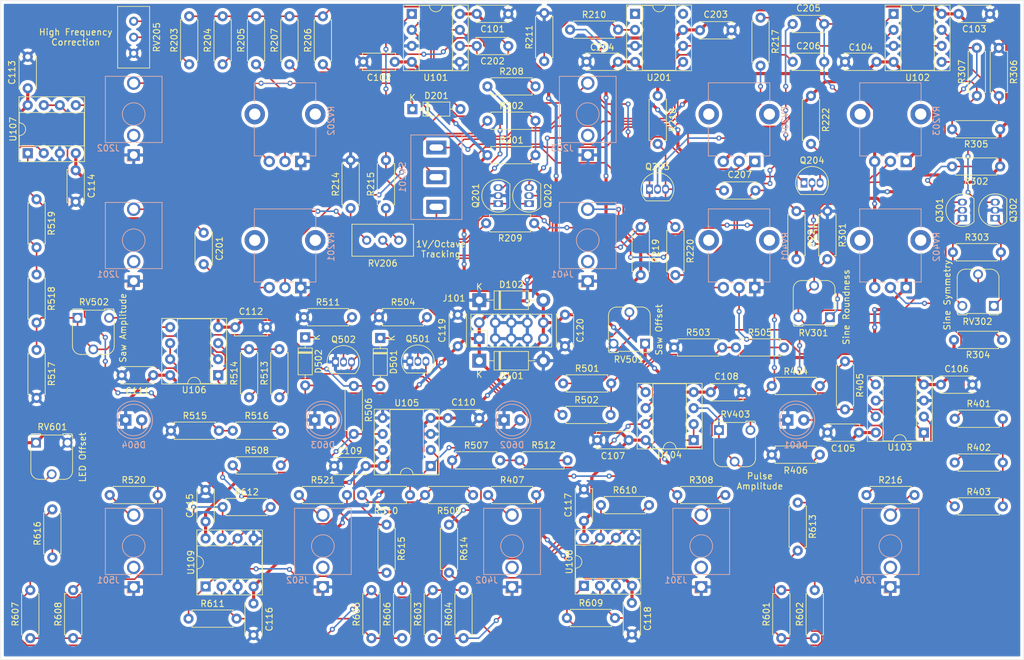
<source format=kicad_pcb>
(kicad_pcb (version 20211014) (generator pcbnew)
  (title_block (title "VCO") (date "2021-05-30") (rev "1.0"))
  (layers (0 "F.Cu" signal) (31 "B.Cu" signal) (34 "B.Paste" user) (35 "F.Paste" user) (36 "B.SilkS" user "B.Silkscreen") (37 "F.SilkS" user "F.Silkscreen") (38 "B.Mask" user) (39 "F.Mask" user) (44 "Edge.Cuts" user))
  (net 0 "")
  (net 1 "GND")
  (net 2 "+12V")
  (net 3 "-12V")
  (net 4 "Net-(C201-Pad2)")
  (net 5 "Net-(C201-Pad1)")
  (net 6 "Net-(C202-Pad1)")
  (net 7 "Net-(C202-Pad2)")
  (net 8 "/Base/Triangle")
  (net 9 "Net-(C205-Pad1)")
  (net 10 "Net-(C206-Pad1)")
  (net 11 "Net-(C207-Pad2)")
  (net 12 "Net-(C207-Pad1)")
  (net 13 "Net-(D201-Pad1)")
  (net 14 "/Base/Square")
  (net 15 "Net-(D501-Pad1)")
  (net 16 "Net-(D502-Pad1)")
  (net 17 "Net-(D502-Pad2)")
  (net 18 "Net-(D601-Pad2)")
  (net 19 "Net-(D602-Pad2)")
  (net 20 "Net-(D603-Pad2)")
  (net 21 "Net-(D604-Pad2)")
  (net 22 "Net-(D501-Pad2)")
  (net 24 "Net-(J202-PadT)")
  (net 26 "Net-(J203-PadT)")
  (net 27 "Net-(J204-PadT)")
  (net 30 "Net-(J301-PadT)")
  (net 31 "Net-(J401-PadT)")
  (net 34 "Net-(J402-PadT)")
  (net 35 "Net-(J501-PadT)")
  (net 38 "Net-(J502-PadT)")
  (net 39 "Net-(Q201-Pad1)")
  (net 40 "Net-(Q202-Pad2)")
  (net 41 "Net-(Q202-Pad3)")
  (net 42 "Net-(Q203-Pad2)")
  (net 43 "Net-(Q204-Pad3)")
  (net 44 "Net-(Q301-Pad2)")
  (net 45 "Net-(Q301-Pad3)")
  (net 46 "Net-(Q301-Pad1)")
  (net 47 "Net-(Q302-Pad1)")
  (net 48 "Net-(Q302-Pad3)")
  (net 49 "Net-(Q501-Pad3)")
  (net 50 "Net-(Q502-Pad3)")
  (net 51 "Net-(R202-Pad1)")
  (net 52 "Net-(R203-Pad1)")
  (net 53 "Net-(R203-Pad2)")
  (net 54 "Net-(R205-Pad1)")
  (net 55 "Net-(R206-Pad1)")
  (net 56 "Net-(R207-Pad1)")
  (net 57 "Net-(R209-Pad2)")
  (net 59 "Net-(R210-Pad2)")
  (net 60 "Net-(R304-Pad1)")
  (net 61 "/LED/Sine")
  (net 62 "Net-(R401-Pad2)")
  (net 63 "Net-(R401-Pad1)")
  (net 64 "Net-(R402-Pad1)")
  (net 65 "Net-(R403-Pad2)")
  (net 66 "Net-(R404-Pad1)")
  (net 67 "Net-(R405-Pad2)")
  (net 68 "Net-(R406-Pad2)")
  (net 69 "/LED/Pulse")
  (net 70 "Net-(R501-Pad2)")
  (net 71 "Net-(R502-Pad1)")
  (net 72 "Net-(R503-Pad2)")
  (net 73 "Net-(R505-Pad2)")
  (net 74 "Net-(R506-Pad2)")
  (net 75 "Net-(R509-Pad2)")
  (net 76 "Net-(R510-Pad2)")
  (net 77 "Net-(R513-Pad2)")
  (net 78 "Net-(R515-Pad2)")
  (net 79 "Net-(R516-Pad2)")
  (net 80 "Net-(R517-Pad2)")
  (net 81 "Net-(R518-Pad1)")
  (net 82 "/LED/InvertedSaw")
  (net 83 "/LED/Saw")
  (net 84 "Net-(R601-Pad1)")
  (net 85 "Net-(R601-Pad2)")
  (net 86 "Net-(R603-Pad1)")
  (net 87 "Net-(R605-Pad1)")
  (net 88 "Net-(R607-Pad1)")
  (net 89 "Net-(R609-Pad1)")
  (net 90 "Net-(R610-Pad1)")
  (net 91 "Net-(R611-Pad1)")
  (net 92 "Net-(R612-Pad1)")
  (net 93 "Net-(SW201-Pad2)")
  (net 94 "Net-(R214-Pad1)")
  (net 95 "Net-(R215-Pad2)")
  (footprint "Capacitor_THT:C_Disc_D5.0mm_W2.5mm_P5.00mm" (layer "F.Cu") (at 140.5 45.9)
    (fp_text reference "C101")
    (fp_text value "10n")
  )
  (footprint "Capacitor_THT:C_Disc_D5.0mm_W2.5mm_P5.00mm" (layer "F.Cu") (at 127.5 53.5 180)
    (fp_text reference "C102")
    (fp_text value "10n")
  )
  (footprint "Capacitor_THT:C_Disc_D5.0mm_W2.5mm_P5.00mm" (layer "F.Cu") (at 216.9 45.9)
    (fp_text reference "C103")
    (fp_text value "10n")
  )
  (footprint "Capacitor_THT:C_Disc_D5.0mm_W2.5mm_P5.00mm" (layer "F.Cu") (at 203.9 53.5 180)
    (fp_text reference "C104")
    (fp_text value "10n")
  )
  (footprint "Capacitor_THT:C_Disc_D5.0mm_W2.5mm_P5.00mm" (layer "F.Cu") (at 201.1 112.3 180)
    (fp_text reference "C105")
    (fp_text value "10n")
  )
  (footprint "Capacitor_THT:C_Disc_D5.0mm_W2.5mm_P5.00mm" (layer "F.Cu") (at 214.1 104.7)
    (fp_text reference "C106")
    (fp_text value "10n")
  )
  (footprint "Capacitor_THT:C_Disc_D5.0mm_W2.5mm_P5.00mm" (layer "F.Cu") (at 164.6 113.5 180)
    (fp_text reference "C107")
    (fp_text value "10n")
  )
  (footprint "Capacitor_THT:C_Disc_D5.0mm_W2.5mm_P5.00mm" (layer "F.Cu") (at 177.6 105.9)
    (fp_text reference "C108")
    (fp_text value "10n")
  )
  (footprint "Capacitor_THT:C_Disc_D5.0mm_W2.5mm_P5.00mm" (layer "F.Cu") (at 122.9 117.6 180)
    (fp_text reference "C109")
    (fp_text value "10n")
  )
  (footprint "Capacitor_THT:C_Disc_D5.0mm_W2.5mm_P5.00mm" (layer "F.Cu") (at 135.9 110)
    (fp_text reference "C110")
    (fp_text value "10n")
  )
  (footprint "Capacitor_THT:C_Disc_D5.0mm_W2.5mm_P5.00mm" (layer "F.Cu") (at 89.2 103.2 180)
    (fp_text reference "C111")
    (fp_text value "10n")
  )
  (footprint "Capacitor_THT:C_Disc_D5.0mm_W2.5mm_P5.00mm" (layer "F.Cu") (at 102.2 95.6)
    (fp_text reference "C112")
    (fp_text value "10n")
  )
  (footprint "Capacitor_THT:C_Disc_D5.0mm_W2.5mm_P5.00mm" (layer "F.Cu") (at 69.3 57.7 90)
    (fp_text reference "C113")
    (fp_text value "10n")
  )
  (footprint "Capacitor_THT:C_Disc_D5.0mm_W2.5mm_P5.00mm" (layer "F.Cu") (at 76.9 70.7 -90)
    (fp_text reference "C114")
    (fp_text value "10n")
  )
  (footprint "Capacitor_THT:C_Disc_D5.0mm_W2.5mm_P5.00mm" (layer "F.Cu") (at 97.5 126.4 90)
    (fp_text reference "C115")
    (fp_text value "10n")
  )
  (footprint "Capacitor_THT:C_Disc_D5.0mm_W2.5mm_P5.00mm" (layer "F.Cu") (at 105.1 139.4 -90)
    (fp_text reference "C116")
    (fp_text value "10n")
  )
  (footprint "Capacitor_THT:C_Disc_D5.0mm_W2.5mm_P5.00mm" (layer "F.Cu") (at 157.5 126.3 90)
    (fp_text reference "C117")
    (fp_text value "10n")
  )
  (footprint "Capacitor_THT:C_Disc_D5.0mm_W2.5mm_P5.00mm" (layer "F.Cu") (at 165.1 139.3 -90)
    (fp_text reference "C118")
    (fp_text value "10n")
  )
  (footprint "Capacitor_THT:C_Disc_D5.0mm_W2.5mm_P5.00mm" (layer "F.Cu") (at 137.5 98.6 90)
    (fp_text reference "C119")
    (fp_text value "0.1u")
  )
  (footprint "Capacitor_THT:C_Disc_D5.0mm_W2.5mm_P5.00mm" (layer "F.Cu") (at 154.5 98.6 90)
    (fp_text reference "C120")
    (fp_text value "0.1u")
  )
  (footprint "Capacitor_THT:C_Disc_D5.0mm_W2.5mm_P5.00mm" (layer "F.Cu") (at 97.2 80.6 -90)
    (fp_text reference "C201")
    (fp_text value "0.22u")
  )
  (footprint "Capacitor_THT:C_Disc_D5.0mm_W2.5mm_P5.00mm" (layer "F.Cu") (at 140.5 51)
    (fp_text reference "C202")
    (fp_text value "1n")
  )
  (footprint "Capacitor_THT:C_Disc_D5.0mm_W2.5mm_P5.00mm" (layer "F.Cu") (at 175.9 48.5)
    (fp_text reference "C203")
    (fp_text value "10n")
  )
  (footprint "Capacitor_THT:C_Disc_D5.0mm_W2.5mm_P5.00mm" (layer "F.Cu") (at 162.9 53.5 180)
    (fp_text reference "C204")
    (fp_text value "10n")
  )
  (footprint "Capacitor_THT:C_Disc_D5.0mm_W2.5mm_P5.00mm" (layer "F.Cu") (at 190.6 47.5)
    (fp_text reference "C205")
    (fp_text value "1n")
  )
  (footprint "Capacitor_THT:C_Disc_D5.0mm_W2.5mm_P5.00mm" (layer "F.Cu") (at 190.6 53.5)
    (fp_text reference "C206")
    (fp_text value "10n")
  )
  (footprint "Capacitor_THT:C_Disc_D5.0mm_W2.5mm_P5.00mm" (layer "F.Cu") (at 179.7 73.9)
    (fp_text reference "C207")
    (fp_text value "47p")
  )
  (footprint "Diode_THT:D_DO-41_SOD81_P10.16mm_Horizontal" (layer "F.Cu") (at 140.9 100.9)
    (fp_text reference "D101")
    (fp_text value "1N5819")
  )
  (footprint "Diode_THT:D_DO-41_SOD81_P10.16mm_Horizontal" (layer "F.Cu") (at 140.9 91.3)
    (fp_text reference "D102")
    (fp_text value "1N5819")
  )
  (footprint "Diode_THT:D_DO-35_SOD27_P7.62mm_Horizontal" (layer "F.Cu") (at 130.3 61)
    (fp_text reference "D201")
    (fp_text value "1N4148")
  )
  (footprint "Diode_THT:D_DO-35_SOD27_P7.62mm_Horizontal" (layer "F.Cu") (at 125.2 97.3 -90)
    (fp_text reference "D501")
    (fp_text value "1N4148")
  )
  (footprint "Diode_THT:D_DO-35_SOD27_P7.62mm_Horizontal" (layer "F.Cu") (at 113.3 97.2 -90)
    (fp_text reference "D502")
    (fp_text value "1N4148")
  )
  (footprint "Connector_PinHeader_2.54mm:PinHeader_2x05_P2.54mm_Vertical" (layer "F.Cu") (at 140.9 97.4 90)
    (fp_text reference "J101")
    (fp_text value "Conn_02x05_Odd_Even")
  )
  (footprint "Package_TO_SOT_THT:TO-92_Inline" (layer "F.Cu") (at 143.9 76 90)
    (fp_text reference "Q201")
    (fp_text value "2N3906")
  )
  (footprint "Package_TO_SOT_THT:TO-92_Inline" (layer "F.Cu") (at 148.8 76 90)
    (fp_text reference "Q202")
    (fp_text value "2N3906")
  )
  (footprint "Package_TO_SOT_THT:TO-92_Inline" (layer "F.Cu") (at 167.9 73.7)
    (fp_text reference "Q203")
    (fp_text value "2N3904")
  )
  (footprint "Package_TO_SOT_THT:TO-92_Inline" (layer "F.Cu") (at 192.4 72.7)
    (fp_text reference "Q204")
    (fp_text value "2N3904")
  )
  (footprint "Package_TO_SOT_THT:TO-92_Inline" (layer "F.Cu") (at 217.5 78.3 90)
    (fp_text reference "Q301")
    (fp_text value "2N3904")
  )
  (footprint "Package_TO_SOT_THT:TO-92_Inline" (layer "F.Cu") (at 222.7 78.3 90)
    (fp_text reference "Q302")
    (fp_text value "2N3904")
  )
  (footprint "Package_TO_SOT_THT:TO-92_Inline" (layer "F.Cu") (at 129.9 101)
    (fp_text reference "Q501")
    (fp_text value "2N3904")
  )
  (footprint "Package_TO_SOT_THT:TO-92_Inline" (layer "F.Cu") (at 118.1 101.1)
    (fp_text reference "Q502")
    (fp_text value "2N3904")
  )
  (footprint "Resistor_THT:R_Axial_DIN0207_L6.3mm_D2.5mm_P7.62mm_Horizontal" (layer "F.Cu") (at 142.2 68.3)
    (fp_text reference "R201")
    (fp_text value "1.5M")
  )
  (footprint "Resistor_THT:R_Axial_DIN0207_L6.3mm_D2.5mm_P7.62mm_Horizontal" (layer "F.Cu") (at 142.2 62.85)
    (fp_text reference "R202")
    (fp_text value "8.2k")
  )
  (footprint "Resistor_THT:R_Axial_DIN0207_L6.3mm_D2.5mm_P7.62mm_Horizontal" (layer "F.Cu") (at 94.9 53.9 90)
    (fp_text reference "R203")
    (fp_text value "2.2M")
  )
  (footprint "Resistor_THT:R_Axial_DIN0207_L6.3mm_D2.5mm_P7.62mm_Horizontal" (layer "F.Cu") (at 100.2 53.9 90)
    (fp_text reference "R204")
    (fp_text value "100k")
  )
  (footprint "Resistor_THT:R_Axial_DIN0207_L6.3mm_D2.5mm_P7.62mm_Horizontal" (layer "F.Cu") (at 105.5 53.9 90)
    (fp_text reference "R205")
    (fp_text value "100k")
  )
  (footprint "Resistor_THT:R_Axial_DIN0207_L6.3mm_D2.5mm_P7.62mm_Horizontal" (layer "F.Cu") (at 116.1 53.9 90)
    (fp_text reference "R206")
    (fp_text value "100k")
  )
  (footprint "Resistor_THT:R_Axial_DIN0207_L6.3mm_D2.5mm_P7.62mm_Horizontal" (layer "F.Cu") (at 110.8 53.9 90)
    (fp_text reference "R207")
    (fp_text value "3.3M")
  )
  (footprint "Resistor_THT:R_Axial_DIN0207_L6.3mm_D2.5mm_P7.62mm_Horizontal" (layer "F.Cu") (at 142.2 57.4)
    (fp_text reference "R208")
    (fp_text value "22k")
  )
  (footprint "Resistor_THT:R_Axial_DIN0207_L6.3mm_D2.5mm_P7.62mm_Horizontal" (layer "F.Cu") (at 149.61 79.1 180)
    (fp_text reference "R209")
    (fp_text value "2k")
  )
  (footprint "Resistor_THT:R_Axial_DIN0207_L6.3mm_D2.5mm_P7.62mm_Horizontal" (layer "F.Cu") (at 155.3 48.4)
    (fp_text reference "R210")
    (fp_text value "100k")
  )
  (footprint "Resistor_THT:R_Axial_DIN0207_L6.3mm_D2.5mm_P7.62mm_Horizontal" (layer "F.Cu") (at 151.2 53.4 90)
    (fp_text reference "R211")
    (fp_text value "10k")
  )
  (footprint "Resistor_THT:R_Axial_DIN0207_L6.3mm_D2.5mm_P7.62mm_Horizontal" (layer "F.Cu") (at 120.5 76.72 90)
    (fp_text reference "R214")
    (fp_text value "820")
  )
  (footprint "Resistor_THT:R_Axial_DIN0207_L6.3mm_D2.5mm_P7.62mm_Horizontal" (layer "F.Cu") (at 126.1 69.1 -90)
    (fp_text reference "R215")
    (fp_text value "47")
  )
  (footprint "Resistor_THT:R_Axial_DIN0207_L6.3mm_D2.5mm_P7.62mm_Horizontal" (layer "F.Cu") (at 202.3 122.2)
    (fp_text reference "R216")
    (fp_text value "1k")
  )
  (footprint "Resistor_THT:R_Axial_DIN0207_L6.3mm_D2.5mm_P7.62mm_Horizontal" (layer "F.Cu") (at 185.5 46.5 -90)
    (fp_text reference "R217")
    (fp_text value "1M")
  )
  (footprint "Resistor_THT:R_Axial_DIN0207_L6.3mm_D2.5mm_P7.62mm_Horizontal" (layer "F.Cu") (at 169.2 58.9 -90)
    (fp_text reference "R218")
    (fp_text value "180k")
  )
  (footprint "Resistor_THT:R_Axial_DIN0207_L6.3mm_D2.5mm_P7.62mm_Horizontal" (layer "F.Cu") (at 166.5 79.7 -90)
    (fp_text reference "R219")
    (fp_text value "75k")
  )
  (footprint "Resistor_THT:R_Axial_DIN0207_L6.3mm_D2.5mm_P7.62mm_Horizontal" (layer "F.Cu") (at 172 79.7 -90)
    (fp_text reference "R220")
    (fp_text value "22k")
  )
  (footprint "Resistor_THT:R_Axial_DIN0207_L6.3mm_D2.5mm_P7.62mm_Horizontal" (layer "F.Cu") (at 191.2 77.18 -90)
    (fp_text reference "R221")
    (fp_text value "560k")
  )
  (footprint "Resistor_THT:R_Axial_DIN0207_L6.3mm_D2.5mm_P7.62mm_Horizontal" (layer "F.Cu") (at 193.5 58.9 -90)
    (fp_text reference "R222")
    (fp_text value "33k")
  )
  (footprint "Resistor_THT:R_Axial_DIN0207_L6.3mm_D2.5mm_P7.62mm_Horizontal" (layer "F.Cu") (at 196.1 84.8 90)
    (fp_text reference "R301")
    (fp_text value "220")
  )
  (footprint "Resistor_THT:R_Axial_DIN0207_L6.3mm_D2.5mm_P7.62mm_Horizontal" (layer "F.Cu") (at 223.5 70.1 180)
    (fp_text reference "R302")
    (fp_text value "10k")
  )
  (footprint "Resistor_THT:R_Axial_DIN0207_L6.3mm_D2.5mm_P7.62mm_Horizontal" (layer "F.Cu") (at 216 83.7)
    (fp_text reference "R303")
    (fp_text value "330")
  )
  (footprint "Resistor_THT:R_Axial_DIN0207_L6.3mm_D2.5mm_P7.62mm_Horizontal" (layer "F.Cu") (at 223.8 97.6 180)
    (fp_text reference "R304")
    (fp_text value "15k")
  )
  (footprint "Resistor_THT:R_Axial_DIN0207_L6.3mm_D2.5mm_P7.62mm_Horizontal" (layer "F.Cu") (at 223.5 64.2 180)
    (fp_text reference "R305")
    (fp_text value "10k")
  )
  (footprint "Resistor_THT:R_Axial_DIN0207_L6.3mm_D2.5mm_P7.62mm_Horizontal" (layer "F.Cu") (at 223.3 51.3 -90)
    (fp_text reference "R306")
    (fp_text value "7.5k")
  )
  (footprint "Resistor_THT:R_Axial_DIN0207_L6.3mm_D2.5mm_P7.62mm_Horizontal" (layer "F.Cu") (at 219.8 58.9 90)
    (fp_text reference "R307")
    (fp_text value "7.5k")
  )
  (footprint "Resistor_THT:R_Axial_DIN0207_L6.3mm_D2.5mm_P7.62mm_Horizontal" (layer "F.Cu") (at 172.3 122.2)
    (fp_text reference "R308")
    (fp_text value "1k")
  )
  (footprint "Resistor_THT:R_Axial_DIN0207_L6.3mm_D2.5mm_P7.62mm_Horizontal" (layer "F.Cu") (at 216.3 110.1)
    (fp_text reference "R401")
    (fp_text value "150k")
  )
  (footprint "Resistor_THT:R_Axial_DIN0207_L6.3mm_D2.5mm_P7.62mm_Horizontal" (layer "F.Cu") (at 216.3 117.05)
    (fp_text reference "R402")
    (fp_text value "330k")
  )
  (footprint "Resistor_THT:R_Axial_DIN0207_L6.3mm_D2.5mm_P7.62mm_Horizontal" (layer "F.Cu") (at 223.92 124 180)
    (fp_text reference "R403")
    (fp_text value "150k")
  )
  (footprint "Resistor_THT:R_Axial_DIN0207_L6.3mm_D2.5mm_P7.62mm_Horizontal" (layer "F.Cu") (at 194.9 104.9 180)
    (fp_text reference "R404")
    (fp_text value "2.2k")
  )
  (footprint "Resistor_THT:R_Axial_DIN0207_L6.3mm_D2.5mm_P7.62mm_Horizontal" (layer "F.Cu") (at 198.9 101 -90)
    (fp_text reference "R405")
    (fp_text value "2M")
  )
  (footprint "Resistor_THT:R_Axial_DIN0207_L6.3mm_D2.5mm_P7.62mm_Horizontal" (layer "F.Cu") (at 187.28 115.8)
    (fp_text reference "R406")
    (fp_text value "2.2k")
  )
  (footprint "Resistor_THT:R_Axial_DIN0207_L6.3mm_D2.5mm_P7.62mm_Horizontal" (layer "F.Cu") (at 142.3 122.2)
    (fp_text reference "R407")
    (fp_text value "1k")
  )
  (footprint "Resistor_THT:R_Axial_DIN0207_L6.3mm_D2.5mm_P7.62mm_Horizontal" (layer "F.Cu") (at 154.2 104.5)
    (fp_text reference "R501")
    (fp_text value "6.8k")
  )
  (footprint "Resistor_THT:R_Axial_DIN0207_L6.3mm_D2.5mm_P7.62mm_Horizontal" (layer "F.Cu") (at 154.1 109.5)
    (fp_text reference "R502")
    (fp_text value "6.8k")
  )
  (footprint "Resistor_THT:R_Axial_DIN0207_L6.3mm_D2.5mm_P7.62mm_Horizontal" (layer "F.Cu") (at 171.8 98.8)
    (fp_text reference "R503")
    (fp_text value "6.8k")
  )
  (footprint "Resistor_THT:R_Axial_DIN0207_L6.3mm_D2.5mm_P7.62mm_Horizontal" (layer "F.Cu") (at 125 94)
    (fp_text reference "R504")
    (fp_text value "100k")
  )
  (footprint "Resistor_THT:R_Axial_DIN0207_L6.3mm_D2.5mm_P7.62mm_Horizontal" (layer "F.Cu") (at 181.6 98.8)
    (fp_text reference "R505")
    (fp_text value "6.8k")
  )
  (footprint "Resistor_THT:R_Axial_DIN0207_L6.3mm_D2.5mm_P7.62mm_Horizontal" (layer "F.Cu") (at 121 104.9 -90)
    (fp_text reference "R506")
    (fp_text value "7.5k")
  )
  (footprint "Resistor_THT:R_Axial_DIN0207_L6.3mm_D2.5mm_P7.62mm_Horizontal" (layer "F.Cu") (at 136.6 116.7)
    (fp_text reference "R507")
    (fp_text value "1.5k")
  )
  (footprint "Resistor_THT:R_Axial_DIN0207_L6.3mm_D2.5mm_P7.62mm_Horizontal" (layer "F.Cu") (at 101.8 117.5)
    (fp_text reference "R508")
    (fp_text value "7.5k")
  )
  (footprint "Resistor_THT:R_Axial_DIN0207_L6.3mm_D2.5mm_P7.62mm_Horizontal" (layer "F.Cu") (at 139.92 122.2 180)
    (fp_text reference "R509")
    (fp_text value "7.5k")
  )
  (footprint "Resistor_THT:R_Axial_DIN0207_L6.3mm_D2.5mm_P7.62mm_Horizontal" (layer "F.Cu") (at 122.3 122.2)
    (fp_text reference "R510")
    (fp_text value "7.5k")
  )
  (footprint "Resistor_THT:R_Axial_DIN0207_L6.3mm_D2.5mm_P7.62mm_Horizontal" (layer "F.Cu") (at 113.1 94)
    (fp_text reference "R511")
    (fp_text value "100k")
  )
  (footprint "Resistor_THT:R_Axial_DIN0207_L6.3mm_D2.5mm_P7.62mm_Horizontal" (layer "F.Cu") (at 154.9 116.7 180)
    (fp_text reference "R512")
    (fp_text value "1.5k")
  )
  (footprint "Resistor_THT:R_Axial_DIN0207_L6.3mm_D2.5mm_P7.62mm_Horizontal" (layer "F.Cu") (at 109.2 106.7 90)
    (fp_text reference "R513")
    (fp_text value "3.9k")
  )
  (footprint "Resistor_THT:R_Axial_DIN0207_L6.3mm_D2.5mm_P7.62mm_Horizontal" (layer "F.Cu") (at 104.4 106.7 90)
    (fp_text reference "R514")
    (fp_text value "3.9k")
  )
  (footprint "Resistor_THT:R_Axial_DIN0207_L6.3mm_D2.5mm_P7.62mm_Horizontal" (layer "F.Cu") (at 92 112)
    (fp_text reference "R515")
    (fp_text value "3.9k")
  )
  (footprint "Resistor_THT:R_Axial_DIN0207_L6.3mm_D2.5mm_P7.62mm_Horizontal" (layer "F.Cu") (at 101.8 112)
    (fp_text reference "R516")
    (fp_text value "3.9k")
  )
  (footprint "Resistor_THT:R_Axial_DIN0207_L6.3mm_D2.5mm_P7.62mm_Horizontal" (layer "F.Cu") (at 70.7 106.8 90)
    (fp_text reference "R517")
    (fp_text value "10k")
  )
  (footprint "Resistor_THT:R_Axial_DIN0207_L6.3mm_D2.5mm_P7.62mm_Horizontal" (layer "F.Cu") (at 70.7 87.24 -90)
    (fp_text reference "R518")
    (fp_text value "680k")
  )
  (footprint "Resistor_THT:R_Axial_DIN0207_L6.3mm_D2.5mm_P7.62mm_Horizontal" (layer "F.Cu") (at 70.7 75.3 -90)
    (fp_text reference "R519")
    (fp_text value "680k")
  )
  (footprint "Resistor_THT:R_Axial_DIN0207_L6.3mm_D2.5mm_P7.62mm_Horizontal" (layer "F.Cu") (at 82.3 122.2)
    (fp_text reference "R520")
    (fp_text value "1k")
  )
  (footprint "Resistor_THT:R_Axial_DIN0207_L6.3mm_D2.5mm_P7.62mm_Horizontal" (layer "F.Cu") (at 112.3 122.2)
    (fp_text reference "R521")
    (fp_text value "1k")
  )
  (footprint "Resistor_THT:R_Axial_DIN0207_L6.3mm_D2.5mm_P7.62mm_Horizontal" (layer "F.Cu") (at 188.8 144.9 90)
    (fp_text reference "R601")
    (fp_text value "680k")
  )
  (footprint "Resistor_THT:R_Axial_DIN0207_L6.3mm_D2.5mm_P7.62mm_Horizontal" (layer "F.Cu") (at 194.1 144.9 90)
    (fp_text reference "R602")
    (fp_text value "680k")
  )
  (footprint "Resistor_THT:R_Axial_DIN0207_L6.3mm_D2.5mm_P7.62mm_Horizontal" (layer "F.Cu") (at 133.533332 144.9 90)
    (fp_text reference "R603")
    (fp_text value "680k")
  )
  (footprint "Resistor_THT:R_Axial_DIN0207_L6.3mm_D2.5mm_P7.62mm_Horizontal" (layer "F.Cu") (at 138.4 144.9 90)
    (fp_text reference "R604")
    (fp_text value "680k")
  )
  (footprint "Resistor_THT:R_Axial_DIN0207_L6.3mm_D2.5mm_P7.62mm_Horizontal" (layer "F.Cu") (at 123.8 144.9 90)
    (fp_text reference "R605")
    (fp_text value "680k")
  )
  (footprint "Resistor_THT:R_Axial_DIN0207_L6.3mm_D2.5mm_P7.62mm_Horizontal" (layer "F.Cu") (at 128.666666 144.9 90)
    (fp_text reference "R606")
    (fp_text value "680k")
  )
  (footprint "Resistor_THT:R_Axial_DIN0207_L6.3mm_D2.5mm_P7.62mm_Horizontal" (layer "F.Cu") (at 69.7 144.9 90)
    (fp_text reference "R607")
    (fp_text value "680k")
  )
  (footprint "Resistor_THT:R_Axial_DIN0207_L6.3mm_D2.5mm_P7.62mm_Horizontal" (layer "F.Cu") (at 76.5 144.9 90)
    (fp_text reference "R608")
    (fp_text value "680k")
  )
  (footprint "Resistor_THT:R_Axial_DIN0207_L6.3mm_D2.5mm_P7.62mm_Horizontal" (layer "F.Cu") (at 154.8 141.7)
    (fp_text reference "R609")
    (fp_text value "680k")
  )
  (footprint "Resistor_THT:R_Axial_DIN0207_L6.3mm_D2.5mm_P7.62mm_Horizontal" (layer "F.Cu") (at 160.2 123.8)
    (fp_text reference "R610")
    (fp_text value "680k")
  )
  (footprint "Resistor_THT:R_Axial_DIN0207_L6.3mm_D2.5mm_P7.62mm_Horizontal" (layer "F.Cu") (at 94.8 141.8)
    (fp_text reference "R611")
    (fp_text value "680k")
  )
  (footprint "Resistor_THT:R_Axial_DIN0207_L6.3mm_D2.5mm_P7.62mm_Horizontal" (layer "F.Cu") (at 100.2 124.1)
    (fp_text reference "R612")
    (fp_text value "680k")
  )
  (footprint "Resistor_THT:R_Axial_DIN0207_L6.3mm_D2.5mm_P7.62mm_Horizontal" (layer "F.Cu") (at 191.4 123.4 -90)
    (fp_text reference "R613")
    (fp_text value "75k")
  )
  (footprint "Resistor_THT:R_Axial_DIN0207_L6.3mm_D2.5mm_P7.62mm_Horizontal" (layer "F.Cu") (at 136.1 126.9 -90)
    (fp_text reference "R614")
    (fp_text value "75k")
  )
  (footprint "Resistor_THT:R_Axial_DIN0207_L6.3mm_D2.5mm_P7.62mm_Horizontal" (layer "F.Cu") (at 126.2 126.9 -90)
    (fp_text reference "R615")
    (fp_text value "75k")
  )
  (footprint "Resistor_THT:R_Axial_DIN0207_L6.3mm_D2.5mm_P7.62mm_Horizontal" (layer "F.Cu") (at 73.2 132.1 90)
    (fp_text reference "R616")
    (fp_text value "75k")
  )
  (footprint "Potentiometer_THT:Potentiometer_Bourns_3296W_Vertical" (layer "F.Cu") (at 86.1 52.15 -90)
    (fp_text reference "RV205")
    (fp_text value "100k")
  )
  (footprint "Potentiometer_THT:Potentiometer_Bourns_3296W_Vertical" (layer "F.Cu") (at 123.05 81.8 180)
    (fp_text reference "RV206")
    (fp_text value "100")
  )
  (footprint "Custom:Potentiometer_Runtron_RM-065_Vertical_Improved" (layer "F.Cu") (at 196.5 94 180)
    (fp_text reference "RV301")
    (fp_text value "10k")
  )
  (footprint "Custom:Potentiometer_Runtron_RM-065_Vertical_Improved" (layer "F.Cu") (at 222.5 92.2 180)
    (fp_text reference "RV302")
    (fp_text value "10k")
  )
  (footprint "Custom:Potentiometer_Runtron_RM-065_Vertical_Improved" (layer "F.Cu") (at 178.9 111.9)
    (fp_text reference "RV403")
    (fp_text value "10k")
  )
  (footprint "Custom:Potentiometer_Runtron_RM-065_Vertical_Improved" (layer "F.Cu") (at 167.2 98.2 180)
    (fp_text reference "RV501")
    (fp_text value "10k")
  )
  (footprint "Custom:Potentiometer_Runtron_RM-065_Vertical_Improved" (layer "F.Cu") (at 77.2 94.1)
    (fp_text reference "RV502")
    (fp_text value "10k")
  )
  (footprint "Custom:Potentiometer_Runtron_RM-065_Vertical_Improved" (layer "F.Cu") (at 70.6 113.9)
    (fp_text reference "RV601")
    (fp_text value "10k")
  )
  (footprint "Package_DIP:DIP-8_W7.62mm_Socket" (layer "F.Cu") (at 130.2 45.9)
    (fp_text reference "U101")
    (fp_text value "TL072")
  )
  (footprint "Package_DIP:DIP-8_W7.62mm_Socket" (layer "F.Cu") (at 206.6 45.9)
    (fp_text reference "U102")
    (fp_text value "TL072")
  )
  (footprint "Package_DIP:DIP-8_W7.62mm_Socket" (layer "F.Cu") (at 211.4 112.3 180)
    (fp_text reference "U103")
    (fp_text value "TL072")
  )
  (footprint "Package_DIP:DIP-8_W7.62mm_Socket" (layer "F.Cu") (at 174.9 113.5 180)
    (fp_text reference "U104")
    (fp_text value "TL072")
  )
  (footprint "Package_DIP:DIP-8_W7.62mm_Socket" (layer "F.Cu") (at 133.2 117.6 180)
    (fp_text reference "U105")
    (fp_text value "TL072")
  )
  (footprint "Package_DIP:DIP-8_W7.62mm_Socket" (layer "F.Cu") (at 99.5 103.2 180)
    (fp_text reference "U106")
    (fp_text value "TL072")
  )
  (footprint "Package_DIP:DIP-8_W7.62mm_Socket" (layer "F.Cu") (at 69.3 68 90)
    (fp_text reference "U107")
    (fp_text value "TL072")
  )
  (footprint "Package_DIP:DIP-8_W7.62mm_Socket" (layer "F.Cu") (at 157.5 136.6 90)
    (fp_text reference "U108")
    (fp_text value "TL072")
  )
  (footprint "Package_DIP:DIP-8_W7.62mm_Socket" (layer "F.Cu") (at 97.5 136.7 90)
    (fp_text reference "U109")
    (fp_text value "TL072")
  )
  (footprint "Package_DIP:DIP-8_W7.62mm_Socket" (layer "F.Cu") (at 165.6 45.9)
    (fp_text reference "U201")
    (fp_text value "CA3080")
  )
  (footprint "LED_THT:LED_D5.0mm" (layer "B.Cu") (at 189.83 110.3)
    (fp_text reference "D601")
    (fp_text value "LED")
  )
  (footprint "LED_THT:LED_D5.0mm" (layer "B.Cu") (at 144.83 110.3)
    (fp_text reference "D602")
    (fp_text value "LED")
  )
  (footprint "LED_THT:LED_D5.0mm" (layer "B.Cu") (at 114.83 110.3)
    (fp_text reference "D603")
    (fp_text value "LED")
  )
  (footprint "LED_THT:LED_D5.0mm" (layer "B.Cu") (at 84.83 110.3)
    (fp_text reference "D604")
    (fp_text value "LED")
  )
  (footprint "Connector_Audio:Jack_3.5mm_QingPu_WQP-PJ398SM_Vertical_CircularHoles" (layer "B.Cu") (at 86.1 88.28)
    (fp_text reference "J201")
    (fp_text value "AudioJack2_SwitchT")
  )
  (footprint "Connector_Audio:Jack_3.5mm_QingPu_WQP-PJ398SM_Vertical_CircularHoles" (layer "B.Cu") (at 86.1 68.28)
    (fp_text reference "J202")
    (fp_text value "AudioJack2_SwitchT")
  )
  (footprint "Connector_Audio:Jack_3.5mm_QingPu_WQP-PJ398SM_Vertical_CircularHoles" (layer "B.Cu") (at 158.1 68.28)
    (fp_text reference "J203")
    (fp_text value "AudioJack2_SwitchT")
  )
  (footprint "Connector_Audio:Jack_3.5mm_QingPu_WQP-PJ398SM_Vertical_CircularHoles" (layer "B.Cu") (at 206.1 136.78)
    (fp_text reference "J204")
    (fp_text value "AudioJack2_SwitchT")
  )
  (footprint "Connector_Audio:Jack_3.5mm_QingPu_WQP-PJ398SM_Vertical_CircularHoles" (layer "B.Cu") (at 176.1 136.78)
    (fp_text reference "J301")
    (fp_text value "AudioJack2_SwitchT")
  )
  (footprint "Connector_Audio:Jack_3.5mm_QingPu_WQP-PJ398SM_Vertical_CircularHoles" (layer "B.Cu") (at 158.1 88.28)
    (fp_text reference "J401")
    (fp_text value "AudioJack2_SwitchT")
  )
  (footprint "Connector_Audio:Jack_3.5mm_QingPu_WQP-PJ398SM_Vertical_CircularHoles" (layer "B.Cu") (at 146.1 136.78)
    (fp_text reference "J402")
    (fp_text value "AudioJack2_SwitchT")
  )
  (footprint "Connector_Audio:Jack_3.5mm_QingPu_WQP-PJ398SM_Vertical_CircularHoles" (layer "B.Cu") (at 86.1 136.78)
    (fp_text reference "J501")
    (fp_text value "AudioJack2_SwitchT")
  )
  (footprint "Connector_Audio:Jack_3.5mm_QingPu_WQP-PJ398SM_Vertical_CircularHoles" (layer "B.Cu") (at 116.1 136.78)
    (fp_text reference "J502")
    (fp_text value "AudioJack2_SwitchT")
  )
  (footprint "Potentiometer_THT:Potentiometer_Alpha_RD901F-40-00D_Single_Vertical_CircularHoles" (layer "B.Cu") (at 112.6 89.3 90)
    (fp_text reference "RV201")
    (fp_text value "50k")
  )
  (footprint "Potentiometer_THT:Potentiometer_Alpha_RD901F-40-00D_Single_Vertical_CircularHoles" (layer "B.Cu") (at 112.6 69.3 90)
    (fp_text reference "RV202")
    (fp_text value "50k")
  )
  (footprint "Potentiometer_THT:Potentiometer_Alpha_RD901F-40-00D_Single_Vertical_CircularHoles" (layer "B.Cu") (at 208.6 69.3 90)
    (fp_text reference "RV203")
    (fp_text value "50k")
  )
  (footprint "Potentiometer_THT:Potentiometer_Alpha_RD901F-40-00D_Single_Vertical_CircularHoles" (layer "B.Cu") (at 184.6 69.3 90)
    (fp_text reference "RV204")
    (fp_text value "50k")
  )
  (footprint "Potentiometer_THT:Potentiometer_Alpha_RD901F-40-00D_Single_Vertical_CircularHoles" (layer "B.Cu") (at 184.6 89.3 90)
    (fp_text reference "RV401")
    (fp_text value "50k")
  )
  (footprint "Potentiometer_THT:Potentiometer_Alpha_RD901F-40-00D_Single_Vertical_CircularHoles" (layer "B.Cu") (at 208.6 89.3 90)
    (fp_text reference "RV402")
    (fp_text value "50k")
  )
  (footprint "Switch:MTS-102_MTS-103_MTS-112_MTS-113_MTS-123" (layer "B.Cu") (at 134.1 71.8 90)
    (fp_text reference "SW201")
    (fp_text value "SW_SPDT")
  )
  (gr_line (start 65 43.8) (end 65 148.3) (layer "Edge.Cuts") (width 0.05))
  (gr_line (start 227.2 43.8) (end 65 43.8) (layer "Edge.Cuts") (width 0.05))
  (gr_line (start 65 148.3) (end 227.2 148.3) (layer "Edge.Cuts") (width 0.05))
  (gr_line (start 227.2 43.8) (end 227.2 148.3) (layer "Edge.Cuts") (width 0.05))
  (gr_text "Saw Offset" (at 169.4 96 90) (layer "F.SilkS") (effects (font (size 1 1))))
  (gr_text "Pulse\nAmplitude" (at 185.4 120) (layer "F.SilkS") (effects (font (size 1 1))))
  (gr_text "LED Offset" (at 78 116.2 90) (layer "F.SilkS") (effects (font (size 1 1))))
  (gr_text "Sine Symmetry" (at 215.1 90.5 90) (layer "F.SilkS") (effects (font (size 1 1))))
  (gr_text "Saw Amplitude" (at 84.4 95.7 90) (layer "F.SilkS") (effects (font (size 1 1))))
  (gr_text "High Frequency\nCorrection" (at 76.9 49.6) (layer "F.SilkS") (effects (font (size 1 1))))
  (gr_text "1V/Octave\nTracking" (at 134.8 83.2) (layer "F.SilkS") (effects (font (size 1 1))))
  (gr_text "Sine Roundness" (at 199.1 92.4 90) (layer "F.SilkS") (effects (font (size 1 1))))
  (segment (start 169.140002 50.3) (end 168.570001 49.729999) (width 0.5) (layer "F.Cu") (net 2))
  (segment (start 209.648189 71.449999) (end 206.998188 74.1) (width 0.5) (layer "F.Cu") (net 2))
  (segment (start 195.750001 56.649999) (end 199.213601 56.649999) (width 0.5) (layer "F.Cu") (net 2))
  (segment (start 216.9 45.9) (end 218.150001 47.150001) (width 0.5) (layer "F.Cu") (net 2))
  (segment (start 157.949999 111.550001) (end 157.250001 112.249999) (width 0.5) (layer "F.Cu") (net 2))
  (segment (start 95.6 117.649998) (end 99.825001 121.874999) (width 0.5) (layer "F.Cu") (net 2))
  (segment (start 169.2 49.759998) (end 169.229999 49.729999) (width 0.5) (layer "F.Cu") (net 2))
  (segment (start 70.6 113.9) (end 75.550001 108.949999) (width 0.5) (layer "F.Cu") (net 2))
  (segment (start 89.2 103.2) (end 91.88 103.2) (width 0.5) (layer "F.Cu") (net 2))
  (segment (start 151.949998 55.950002) (end 152.45 55.45) (width 0.5) (layer "F.Cu") (net 2))
  (segment (start 199.213601 56.649999) (end 203.6 61.036398) (width 0.5) (layer "F.Cu") (net 2))
  (segment (start 129.8 113.38) (end 125.58 117.6) (width 0.5) (layer "F.Cu") (net 2))
  (segment (start 125.58 117.6) (end 122.9 117.6) (width 0.5) (layer "F.Cu") (net 2))
  (segment (start 175.9 48.5) (end 179.150001 45.249999) (width 0.5) (layer "F.Cu") (net 2))
  (segment (start 167.2 98.2) (end 167.2 100.8) (width 0.5) (layer "F.Cu") (net 2))
  (segment (start 69 113.9) (end 66.6 111.5) (width 0.5) (layer "F.Cu") (net 2))
  (segment (start 215 72.6) (end 213.849999 71.449999) (width 0.5) (layer "F.Cu") (net 2))
  (segment (start 75.550001 108.949999) (end 83.450001 108.949999) (width 0.5) (layer "F.Cu") (net 2))
  (segment (start 148.2 50) (end 146.5 48.3) (width 0.5) (layer "F.Cu") (net 2))
  (segment (start 148.2 52.250002) (end 148.2 50) (width 0.5) (layer "F.Cu") (net 2))
  (segment (start 146.5 48.3) (end 142.9 48.3) (width 0.5) (layer "F.Cu") (net 2))
  (segment (start 158.750001 119.349999) (end 164.6 113.5) (width 0.5) (layer "F.Cu") (net 2))
  (segment (start 157.950001 111.550001) (end 157.949999 111.550001) (width 0.5) (layer "F.Cu") (net 2))
  (segment (start 99.774999 122.674999) (end 97.5 124.949998) (width 0.5) (layer "F.Cu") (net 2))
  (segment (start 140.9 97.4) (end 140.9 100.9) (width 0.5) (layer "F.Cu") (net 2))
  (segment (start 203.6 76) (end 203.6 89.3) (width 0.5) (layer "F.Cu") (net 2))
  (segment (start 223.5 64.2) (end 223.5 70.1) (width 0.5) (layer "F.Cu") (net 2))
  (segment (start 169.259998 50.3) (end 169.829999 49.729999) (width 0.5) (layer "F.Cu") (net 2))
  (segment (start 169.2 50.3) (end 169.2 49.759998) (width 0.5) (layer "F.Cu") (net 2))
  (segment (start 100.574999 121.874999) (end 100.774999 121.674999) (width 0.5) (layer "F.Cu") (net 2))
  (segment (start 97.5 124.949998) (end 97.5 126.4) (width 0.5) (layer "F.Cu") (net 2))
  (segment (start 158.750001 125.049999) (end 158.750001 119.349999) (width 0.5) (layer "F.Cu") (net 2))
  (segment (start 205.250001 44.649999) (end 212.969999 44.649999) (width 0.5) (layer "F.Cu") (net 2))
  (segment (start 91.88 103.2) (end 95.6 106.92) (width 0.5) (layer "F.Cu") (net 2))
  (segment (start 173.18 119.4) (end 194 119.4) (width 0.5) (layer "F.Cu") (net 2))
  (segment (start 152.45 55.45) (end 158.170001 49.729999) (width 0.5) (layer "F.Cu") (net 2))
  (segment (start 142.9 48.3) (end 140.5 45.9) (width 0.5) (layer "F.Cu") (net 2))
  (segment (start 185.029999 63.870001) (end 179.6 69.3) (width 0.5) (layer "F.Cu") (net 2))
  (segment (start 194 119.4) (end 201.1 112.3) (width 0.5) (layer "F.Cu") (net 2))
  (segment (start 188.529999 63.870001) (end 185.029999 63.870001) (width 0.5) (layer "F.Cu") (net 2))
  (segment (start 129.8 106.3) (end 131.4 104.7) (width 0.5) (layer "F.Cu") (net 2))
  (segment (start 158.170001 49.729999) (end 168.570001 49.729999) (width 0.5) (layer "F.Cu") (net 2))
  (segment (start 175.84 48.44) (end 175.9 48.5) (width 0.5) (layer "F.Cu") (net 2))
  (segment (start 153.1 71.6) (end 153.1 83.5) (width 0.5) (layer "F.Cu") (net 2))
  (segment (start 157.5 126.3) (end 158.750001 125.049999) (width 0.5) (layer "F.Cu") (net 2))
  (segment (start 179.150001 45.249999) (end 204.650001 45.249999) (width 0.5) (layer "F.Cu") (net 2))
  (segment (start 169.2 58.9) (end 169.2 50.3) (width 0.5) (layer "F.Cu") (net 2))
  (segment (start 66.6 111.5) (end 66.6 63.08) (width 0.5) (layer "F.Cu") (net 2))
  (segment (start 95.6 106.92) (end 95.6 117.649998) (width 0.5) (layer "F.Cu") (net 2))
  (segment (start 102.249998 120.2) (end 100.774999 121.674999) (width 0.5) (layer "F.Cu") (net 2))
  (segment (start 203.6 61.036398) (end 203.6 69.3) (width 0.5) (layer "F.Cu") (net 2))
  (segment (start 169.2 50.3) (end 169.259998 50.3) (width 0.5) (layer "F.Cu") (net 2))
  (segment (start 134.9 101.2) (end 137.5 98.6) (width 0.5) (layer "F.Cu") (net 2))
  (segment (start 151.9 55.950002) (end 151.949998 55.950002) (width 0.5) (layer "F.Cu") (net 2))
  (segment (start 152.249999 112.249999) (end 150.1 110.1) (width 0.5) (layer "F.Cu") (net 2))
  (segment (start 168.570001 49.729999) (end 169.229999 49.729999) (width 0.5) (layer "F.Cu") (net 2))
  (segment (start 167.2 100.8) (end 165.5 102.5) (width 0.5) (layer "F.Cu") (net 2))
  (segment (start 224.550001 50.699999) (end 224.550001 63.149999) (width 0.5) (layer "F.Cu") (net 2))
  (segment (start 221 72.6) (end 223.5 70.1) (width 0.5) (layer "F.Cu") (net 2))
  (segment (start 151.374999 55.425001) (end 152.425001 55.425001) (width 0.5) (layer "F.Cu") (net 2))
  (segment (start 171.930001 49.729999) (end 173.22 48.44) (width 0.5) (layer "F.Cu") (net 2))
  (segment (start 102.249998 120.2) (end 120.3 120.2) (width 0.5) (layer "F.Cu") (net 2))
  (segment (start 99.825001 121.874999) (end 100.175001 122.224999) (width 0.5) (layer "F.Cu") (net 2))
  (segment (start 69.3 57.7) (end 69.3 60.38) (width 0.5) (layer "F.Cu") (net 2))
  (segment (start 157.950001 111.550001) (end 157.950001 112.249999) (width 0.5) (layer "F.Cu") (net 2))
  (segment (start 99.825001 121.874999) (end 99.825001 122.624997) (width 0.5) (layer "F.Cu") (net 2))
  (segment (start 218.150001 47.150001) (end 221.000003 47.150001) (width 0.5) (layer "F.Cu") (net 2))
  (segment (start 215 72.6) (end 221 72.6) (width 0.5) (layer "F.Cu") (net 2))
  (segment (start 157.250001 112.249999) (end 152.249999 112.249999) (width 0.5) (layer "F.Cu") (net 2))
  (segment (start 212.969999 44.649999) (end 214.22 45.9) (width 0.5) (layer "F.Cu") (net 2))
  (segment (start 201.1 112.3) (end 203.78 112.3) (width 0.5) (layer "F.Cu") (net 2))
  (segment (start 148.5 88.1) (end 151.9 84.7) (width 0.5) (layer "F.Cu") (net 2))
  (segment (start 157.950001 112.249999) (end 158.649999 112.249999) (width 0.5) (layer "F.Cu") (net 2))
  (segment (start 163.349999 112.249999) (end 164.6 113.5) (width 0.5) (layer "F.Cu") (net 2))
  (segment (start 170.3 116.5) (end 173.18 119.38) (width 0.5) (layer "F.Cu") (net 2))
  (segment (start 70.6 113.9) (end 69 113.9) (width 0.5) (layer "F.Cu") (net 2))
  (segment (start 161.969998 102.5) (end 157.950001 106.519997) (width 0.5) (layer "F.Cu") (net 2))
  (segment (start 173.18 119.38) (end 173.18 119.4) (width 0.5) (layer "F.Cu") (net 2))
  (segment (start 157.950001 106.519997) (end 157.950001 111.550001) (width 0.5) (layer "F.Cu") (net 2))
  (segment (start 150.1 110.1) (end 140.9 100.9) (width 0.5) (layer "F.Cu") (net 2))
  (segment (start 169.2 50.3) (end 169.140002 50.3) (width 0.5) (layer "F.Cu") (net 2))
  (segment (start 214.22 45.9) (end 216.9 45.9) (width 0.5) (layer "F.Cu") (net 2))
  (segment (start 193.5 58.9) (end 188.529999 63.870001) (width 0.5) (layer "F.Cu") (net 2))
  (segment (start 151.9 55.950002) (end 151.374999 55.425001) (width 0.5) (layer "F.Cu") (net 2))
  (segment (start 151.374999 55.425001) (end 148.2 52.250002) (width 0.5) (layer "F.Cu") (net 2))
  (segment (start 129.8 106.3) (end 129.8 113.38) (width 0.5) (layer "F.Cu") (net 2))
  (segment (start 152.425001 55.425001) (end 152.45 55.45) (width 0.5) (layer "F.Cu") (net 2))
  (segment (start 193.5 58.9) (end 195.750001 56.649999) (width 0.5) (layer "F.Cu") (net 2))
  (segment (start 169.229999 49.729999) (end 169.829999 49.729999) (width 0.5) (layer "F.Cu") (net 2))
  (segment (start 138.7 97.4) (end 137.5 98.6) (width 0.5) (layer "F.Cu") (net 2))
  (segment (start 153.1 83.5) (end 151.9 84.7) (width 0.5) (layer "F.Cu") (net 2))
  (segment (start 100.224999 122.224999) (end 99.774999 122.674999) (width 0.5) (layer "F.Cu") (net 2))
  (segment (start 151.9 55.950002) (end 151.9 59.3) (width 0.5) (layer "F.Cu") (net 2))
  (segment (start 157.950001 111.550001) (end 158.649999 112.249999) (width 0.5) (layer "F.Cu") (net 2))
  (segment (start 100.774999 121.674999) (end 100.224999 122.224999) (width 0.5) (layer "F.Cu") (net 2))
  (segment (start 66.6 63.08) (end 69.3 60.38) (width 0.5) (layer "F.Cu") (net 2))
  (segment (start 173.22 48.44) (end 175.84 48.44) (width 0.5) (layer "F.Cu") (net 2))
  (segment (start 140.9 94.86) (end 144.36 91.4) (width 0.5) (layer "F.Cu") (net 2))
  (segment (start 140.9 94.86) (end 140.9 97.4) (width 0.5) (layer "F.Cu") (net 2))
  (segment (start 97.5 126.4) (end 97.5 129.08) (width 0.5) (layer "F.Cu") (net 2))
  (segment (start 144.36 91.4) (end 148.5 91.4) (width 0.5) (layer "F.Cu") (net 2))
  (segment (start 169.829999 49.729999) (end 171.930001 49.729999) (width 0.5) (layer "F.Cu") (net 2))
  (segment (start 165.5 102.5) (end 161.969998 102.5) (width 0.5) (layer "F.Cu") (net 2))
  (segment (start 221.000003 47.150001) (end 224.550001 50.699999) (width 0.5) (layer "F.Cu") (net 2))
  (segment (start 157.250001 112.249999) (end 157.950001 112.249999) (width 0.5) (layer "F.Cu") (net 2))
  (segment (start 204.650001 45.249999) (end 205.250001 44.649999) (width 0.5) (layer "F.Cu") (net 2))
  (segment (start 100.175001 122.224999) (end 100.224999 122.224999) (width 0.5) (layer "F.Cu") (net 2))
  (segment (start 83.450001 108.949999) (end 89.2 103.2) (width 0.5) (layer "F.Cu") (net 2))
  (segment (start 224.550001 63.149999) (end 223.5 64.2) (width 0.5) (layer "F.Cu") (net 2))
  (segment (start 99.825001 122.624997) (end 99.774999 122.674999) (width 0.5) (layer "F.Cu") (net 2))
  (segment (start 206.998188 74.1) (end 205.6 74.1) (width 0.5) (layer "F.Cu") (net 2))
  (segment (start 137.82 45.9) (end 140.5 45.9) (width 0.5) (layer "F.Cu") (net 2))
  (segment (start 140.9 97.4) (end 138.7 97.4) (width 0.5) (layer "F.Cu") (net 2))
  (segment (start 157.5 126.3) (end 157.5 128.98) (width 0.5) (layer "F.Cu") (net 2))
  (segment (start 213.849999 71.449999) (end 209.648189 71.449999) (width 0.5) (layer "F.Cu") (net 2))
  (segment (start 164.6 113.5) (end 167.28 113.5) (width 0.5) (layer "F.Cu") (net 2))
  (segment (start 99.825001 121.874999) (end 100.574999 121.874999) (width 0.5) (layer "F.Cu") (net 2))
  (segment (start 158.649999 112.249999) (end 163.349999 112.249999) (width 0.5) (layer "F.Cu") (net 2))
  (via (at 205.6 74.1) (size 0.8) (drill 0.4) (layers "F.Cu" "B.Cu") (net 2))
  (via (at 148.5 88.1) (size 0.8) (drill 0.4) (layers "F.Cu" "B.Cu") (net 2))
  (via (at 203.6 76) (size 0.8) (drill 0.4) (layers "F.Cu" "B.Cu") (net 2))
  (via (at 170.3 116.5) (size 0.8) (drill 0.4) (layers "F.Cu" "B.Cu") (net 2))
  (via (at 131.4 104.7) (size 0.8) (drill 0.4) (layers "F.Cu" "B.Cu") (net 2))
  (via (at 151.9 59.3) (size 0.8) (drill 0.4) (layers "F.Cu" "B.Cu") (net 2))
  (via (at 134.9 101.2) (size 0.8) (drill 0.4) (layers "F.Cu" "B.Cu") (net 2))
  (via (at 148.5 91.4) (size 0.8) (drill 0.4) (layers "F.Cu" "B.Cu") (net 2))
  (via (at 153.1 71.6) (size 0.8) (drill 0.4) (layers "F.Cu" "B.Cu") (net 2))
  (via (at 120.3 120.2) (size 0.8) (drill 0.4) (layers "F.Cu" "B.Cu") (net 2))
  (segment (start 205.6 74.1) (end 204.3 74.1) (width 0.5) (layer "B.Cu") (net 2))
  (segment (start 153.1 68.8) (end 153.1 71.6) (width 0.5) (layer "B.Cu") (net 2))
  (segment (start 203.6 73.4) (end 203.6 74.1) (width 0.5) (layer "B.Cu") (net 2))
  (segment (start 203.6 69.3) (end 203.6 73.4) (width 0.5) (layer "B.Cu") (net 2))
  (segment (start 151.9 59.3) (end 153.1 60.5) (width 0.5) (layer "B.Cu") (net 2))
  (segment (start 132.9 103.2) (end 134.9 101.2) (width 0.5) (layer "B.Cu") (net 2))
  (segment (start 204.3 74.1) (end 203.6 74.1) (width 0.5) (layer "B.Cu") (net 2))
  (segment (start 153.1 60.5) (end 153.1 66.3) (width 0.5) (layer "B.Cu") (net 2))
  (segment (start 167.3 113.5) (end 170.3 116.5) (width 0.5) (layer "B.Cu") (net 2))
  (segment (start 148.5 91.4) (end 148.5 88.1) (width 0.5) (layer "B.Cu") (net 2))
  (segment (start 120.3 120.2) (end 122.9 117.6) (width 0.5) (layer "B.Cu") (net 2))
  (segment (start 204.3 74.1) (end 203.6 74.8) (width 0.5) (layer "B.Cu") (net 2))
  (segment (start 203.6 74.1) (end 203.6 74.8) (width 0.5) (layer "B.Cu") (net 2))
  (segment (start 204.3 74.1) (end 203.6 73.4) (width 0.5) (layer "B.Cu") (net 2))
  (segment (start 167.28 113.5) (end 167.3 113.5) (width 0.5) (layer "B.Cu") (net 2))
  (segment (start 153.1 66.3) (end 153.1 68.8) (width 0.5) (layer "B.Cu") (net 2))
  (segment (start 203.6 74.8) (end 203.6 76) (width 0.5) (layer "B.Cu") (net 2))
  (segment (start 131.4 104.7) (end 132.9 103.2) (width 0.5) (layer "B.Cu") (net 2))
  (segment (start 162.2 95.6) (end 160.76 94.16) (width 0.5) (layer "F.Cu") (net 3))
  (segment (start 126 124.9) (end 135.950002 124.9) (width 0.5) (layer "F.Cu") (net 3))
  (segment (start 180.666397 55.370001) (end 178.029999 55.370001) (width 0.5) (layer "F.Cu") (net 3))
  (segment (start 211.4 104.68) (end 214.08 104.68) (width 0.5) (layer "F.Cu") (net 3))
  (segment (start 86.795001 78.395001) (end 84.595001 78.395001) (width 0.5) (layer "F.Cu") (net 3))
  (segment (start 160.22 93.6) (end 160.71 93.11) (width 0.5) (layer "F.Cu") (net 3))
  (segment (start 118.3 127.5) (end 119.2 126.6) (width 0.5) (layer "F.Cu") (net 3))
  (segment (start 163.869999 135.349999) (end 165.12 136.6) (width 0.5) (layer "F.Cu") (net 3))
  (segment (start 183.100001 100.399999) (end 197.649999 100.399999) (width 0.5) (layer "F.Cu") (net 3))
  (segment (start 202.850001 99.749999) (end 203.650001 99.749999) (width 0.5) (layer "F.Cu") (net 3))
  (segment (start 167.4 55.32) (end 165.6 53.52) (width 0.5) (layer "F.Cu") (net 3))
  (segment (start 165.12 139.28) (end 165.1 139.3) (width 0.5) (layer "F.Cu") (net 3))
  (segment (start 165.58 53.5) (end 165.6 53.52) (width 0.5) (layer "F.Cu") (net 3))
  (segment (start 161 78.1) (end 166.5 83.6) (width 0.5) (layer "F.Cu") (net 3))
  (segment (start 103.450001 94.349999) (end 102.2 95.6) (width 0.5) (layer "F.Cu") (net 3))
  (segment (start 76.92 68) (end 76.92 70.68) (width 0.5) (layer "F.Cu") (net 3))
  (segment (start 203.650001 99.749999) (end 204.349999 99.749999) (width 0.5) (layer "F.Cu") (net 3))
  (segment (start 160.22 93.6) (end 160.76 94.14) (width 0.5) (layer "F.Cu") (net 3))
  (segment (start 138.5 88.9) (end 138.500002 88.9) (width 0.5) (layer "F.Cu") (net 3))
  (segment (start 202.029999 55.370001) (end 203.9 53.5) (width 0.5) (layer "F.Cu") (net 3))
  (segment (start 76.92 70.68) (end 76.9 70.7) (width 0.5) (layer "F.Cu") (net 3))
  (segment (start 160.76 94.16) (end 160.76 94.14) (width 0.5) (layer "F.Cu") (net 3))
  (segment (start 191.2 84.8) (end 191.2 83.5) (width 0.5) (layer "F.Cu") (net 3))
  (segment (start 130.2 53.52) (end 135.5 58.82) (width 0.5) (layer "F.Cu") (net 3))
  (segment (start 203.6 95.6) (end 203.6 99) (width 0.5) (layer "F.Cu") (net 3))
  (segment (start 131.949999 114.400003) (end 131.949999 115.250001) (width 0.5) (layer "F.Cu") (net 3))
  (segment (start 105.12 136.7) (end 105.12 139.38) (width 0.5) (layer "F.Cu") (net 3))
  (segment (start 154.2 131.8) (end 157.749999 135.349999) (width 0.5) (layer "F.Cu") (net 3))
  (segment (start 204.008001 75.149999) (end 208.6 79.741998) (width 0.5) (layer "F.Cu") (net 3))
  (segment (start 174.9 105.88) (end 177.58 105.88) (width 0.5) (layer "F.Cu") (net 3))
  (segment (start 162.9 53.5) (end 161 55.4) (width 0.5) (layer "F.Cu") (net 3))
  (segment (start 216.18 97.6) (end 216.18 102.62) (width 0.5) (layer "F.Cu") (net 3))
  (segment (start 203.6 99) (end 204.349999 99.749999) (width 0.5) (layer "F.Cu") (net 3))
  (segment (start 150.1 127.7) (end 151.7 129.3) (width 0.5) (layer "F.Cu") (net 3))
  (segment (start 160.71 93.11) (end 166.5 87.32) (width 0.5) (layer "F.Cu") (net 3))
  (segment (start 138.46 110) (end 138.6 110) (width 0.5) (layer "F.Cu") (net 3))
  (segment (start 138.500002 88.9) (end 139.350001 89.749999) (width 0.5) (layer "F.Cu") (net 3))
  (segment (start 161 55.4) (end 161 59.2) (width 0.5) (layer "F.Cu") (net 3))
  (segment (start 161 71.6) (end 161 78.1) (width 0.5) (layer "F.Cu") (net 3))
  (segment (start 142.849999 89.749999) (end 142.250001 89.749999) (width 0.5) (layer "F.Cu") (net 3))
  (segment (start 197.1 80.5) (end 202.450001 75.149999) (width 0.5) (layer "F.Cu") (net 3))
  (segment (start 168.7 102.1) (end 172.48 105.88) (width 0.5) (layer "F.Cu") (net 3))
  (segment (start 212.970001 64.929999) (end 208.6 69.3) (width 0.5) (layer "F.Cu") (net 3))
  (segment (start 166.5 83.6) (end 166.5 87.32) (width 0.5) (layer "F.Cu") (net 3))
  (segment (start 99.5 95.58) (end 99.5 91.1) (width 0.5) (layer "F.Cu") (net 3))
  (segment (start 212.970001 59.890001) (end 212.970001 64.929999) (width 0.5) (layer "F.Cu") (net 3))
  (segment (start 138.5 89.7) (end 138.549999 89.749999) (width 0.5) (layer "F.Cu") (net 3))
  (segment (start 138.5 88.9) (end 138.5 89.7) (width 0.5) (layer "F.Cu") (net 3))
  (segment (start 208.6 79.741998) (end 208.6 89.3) (width 0.5) (layer "F.Cu") (net 3))
  (segment (start 149.509999 89.749999) (end 142.849999 89.749999) (width 0.5) (layer "F.Cu") (net 3))
  (segment (start 216.18 102.62) (end 214.1 104.7) (width 0.5) (layer "F.Cu") (net 3))
  (segment (start 197.649999 100.399999) (end 198.299999 99.749999) (width 0.5) (layer "F.Cu") (net 3))
  (segment (start 142.250001 89.749999) (end 141.550001 89.749999) (width 0.5) (layer "F.Cu") (net 3))
  (segment (start 203.92 53.52) (end 203.9 53.5) (width 0.5) (layer "F.Cu") (net 3))
  (segment (start 141.550001 89.749999) (end 139.350001 89.749999) (width 0.5) (layer "F.Cu") (net 3))
  (segment (start 135.5 58.82) (end 135.5 61.6) (width 0.5) (layer "F.Cu") (net 3))
  (segment (start 151.06 94.86) (end 151.06 97.4) (width 0.5) (layer "F.Cu") (net 3))
  (segment (start 160.76 94.14) (end 160.76 93.16) (width 0.5) (layer "F.Cu") (net 3))
  (segment (start 99.5 91.1) (end 86.795001 78.395001) (width 0.5) (layer "F.Cu") (net 3))
  (segment (start 203.6 99) (end 202.850001 99.749999) (width 0.5) (layer "F.Cu") (net 3))
  (segment (start 169.2 61.1) (end 167.4 59.3) (width 0.5) (layer "F.Cu") (net 3))
  (segment (start 214.08 104.68) (end 214.1 104.7) (width 0.5) (layer "F.Cu") (net 3))
  (segment (start 135.9 110) (end 133.22 110) (width 0.5) (layer "F.Cu") (net 3))
  (segment (start 172.48 105.88) (end 174.9 105.88) (width 0.5) (layer "F.Cu") (net 3))
  (segment (start 138.750002 127.7) (end 150.1 127.7) (width 0.5) (layer "F.Cu") (net 3))
  (segment (start 157.749999 135.349999) (end 163.869999 135.349999) (width 0.5) (layer "F.Cu") (net 3))
  (segment (start 177.58 105.88) (end 177.6 105.9) (width 0.5) (layer "F.Cu") (net 3))
  (segment (start 206.6 53.52) (end 203.92 53.52) (width 0.5) (layer "F.Cu") (net 3))
  (segment (start 154.5 93.6) (end 160.22 93.6) (width 0.5) (layer "F.Cu") (net 3))
  (segment (start 131.949999 115.250001) (end 125 122.2) (width 0.5) (layer "F.Cu") (net 3))
  (segment (start 133.22 110) (end 133.2 109.98) (width 0.5) (layer "F.Cu") (net 3))
  (segment (start 133.2 109.98) (end 131.949999 111.230001) (width 0.5) (layer "F.Cu") (net 3))
  (segment (start 127.52 53.52) (end 127.5 53.5) (width 0.5) (layer "F.Cu") (net 3))
  (segment (start 177.6 105.9) (end 183.100001 100.399999) (width 0.5) (layer "F.Cu") (net 3))
  (segment (start 191.2 83.5) (end 194.2 80.5) (width 0.5) (layer "F.Cu") (net 3))
  (segment (start 114.32 127.5) (end 118.3 127.5) (width 0.5) (layer "F.Cu") (net 3))
  (segment (start 153.24 94.86) (end 154.5 93.6) (width 0.5) (layer "F.Cu") (net 3))
  (segment (start 138.5 88.9) (end 137.650001 89.749999) (width 0.5) (layer "F.Cu") (net 3))
  (segment (start 203.6 92.8) (end 205.1 92.8) (width 0.5) (layer "F.Cu") (net 3))
  (segment (start 99.5 95.58) (end 102.18 95.58) (width 0.5) (layer "F.Cu") (net 3))
  (segment (start 180.666397 55.370001) (end 202.029999 55.370001) (width 0.5) (layer "F.Cu") (net 3))
  (segment (start 138.6 110) (end 142.2 106.4) (width 0.5) (layer "F.Cu") (net 3))
  (segment (start 151.06 94.86) (end 153.24 94.86) (width 0.5) (layer "F.Cu") (net 3))
  (segment (start 110.160003 94.349999) (end 103.450001 94.349999) (width 0.5) (layer "F.Cu") (net 3))
  (segment (start 204.349999 99.749999) (end 206.469999 99.749999) (width 0.5) (layer "F.Cu") (net 3))
  (segment (start 165.12 136.6) (end 165.12 139.28) (width 0.5) (layer "F.Cu") (net 3))
  (segment (start 114.760003 89.749999) (end 110.160003 94.349999) (width 0.5) (layer "F.Cu") (net 3))
  (segment (start 102.18 95.58) (end 102.2 95.6) (width 0.5) (layer "F.Cu") (net 3))
  (segment (start 205.1 92.8) (end 208.6 89.3) (width 0.5) (layer "F.Cu") (net 3))
  (segment (start 138.549999 89.749999) (end 137.650001 89.749999) (width 0.5) (layer "F.Cu") (net 3))
  (segment (start 202.450001 75.149999) (end 204.008001 75.149999) (width 0.5) (layer "F.Cu") (net 3))
  (segment (start 135.950002 124.9) (end 138.750002 127.7) (width 0.5) (layer "F.Cu") (net 3))
  (segment (start 138.5 85.6) (end 138.5 88.9) (width 0.5) (layer "F.Cu") (net 3))
  (segment (start 145 103.6) (end 151.06 97.54) (width 0.5) (layer "F.Cu") (net 3))
  (segment (start 203.6 99.699998) (end 203.650001 99.749999) (width 0.5) (layer "F.Cu") (net 3))
  (segment (start 176.438176 71.12499) (end 182.77501 71.12499) (width 0.5) (layer "F.Cu") (net 3))
  (segment (start 162.9 53.5) (end 165.58 53.5) (width 0.5) (layer "F.Cu") (net 3))
  (segment (start 172.4 64.3) (end 172.4 67.086814) (width 0.5) (layer "F.Cu") (net 3))
  (segment (start 206.469999 99.749999) (end 211.4 104.68) (width 0.5) (layer "F.Cu") (net 3))
  (segment (start 114.32 127.5) (end 105.12 136.7) (width 0.5) (layer "F.Cu") (net 3))
  (segment (start 203.6 99) (end 203.6 99.699998) (width 0.5) (layer "F.Cu") (net 3))
  (segment (start 137.650001 89.749999) (end 114.760003 89.749999) (width 0.5) (layer "F.Cu") (net 3))
  (segment (start 151.06 91.3) (end 149.509999 89.749999) (width 0.5) (layer "F.Cu") (net 3))
  (segment (start 151.06 97.54) (end 151.06 97.4) (width 0.5) (layer "F.Cu") (net 3))
  (segment (start 138.46 110) (end 135.9 110) (width 0.5) (layer "F.Cu") (net 3))
  (segment (start 139.350001 89.749999) (end 138.549999 89.749999) (width 0.5) (layer "F.Cu") (net 3))
  (segment (start 198.299999 99.749999) (end 202.850001 99.749999) (width 0.5) (layer "F.Cu") (net 3))
  (segment (start 151.06 94.86) (end 151.06 91.3) (width 0.5) (layer "F.Cu") (net 3))
  (segment (start 105.12 139.38) (end 105.1 139.4) (width 0.5) (layer "F.Cu") (net 3))
  (segment (start 194.2 80.5) (end 197.1 80.5) (width 0.5) (layer "F.Cu") (net 3))
  (segment (start 142.2 68.3) (end 138.5 72) (width 0.5) (layer "F.Cu") (net 3))
  (segment (start 138.5 72) (end 138.5 80.9) (width 0.5) (layer "F.Cu") (net 3))
  (segment (start 130.2 53.52) (end 127.52 53.52) (width 0.5) (layer "F.Cu") (net 3))
  (segment (start 182.77501 71.12499) (end 184.6 69.3) (width 0.5) (layer "F.Cu") (net 3))
  (segment (start 84.595001 78.395001) (end 76.9 70.7) (width 0.5) (layer "F.Cu") (net 3))
  (segment (start 172.4 67.086814) (end 176.438176 71.12499) (width 0.5) (layer "F.Cu") (net 3))
  (segment (start 131.949999 111.230001) (end 131.949999 114.400003) (width 0.5) (layer "F.Cu") (net 3))
  (segment (start 167.4 59.3) (end 167.4 55.32) (width 0.5) (layer "F.Cu") (net 3))
  (segment (start 206.6 53.52) (end 212.970001 59.890001) (width 0.5) (layer "F.Cu") (net 3))
  (segment (start 137.2 63.3) (end 135.5 61.6) (width 0.5) (layer "F.Cu") (net 3))
  (segment (start 160.76 93.16) (end 160.71 93.11) (width 0.5) (layer "F.Cu") (net 3))
  (segment (start 178.029999 55.370001) (end 173.1 60.3) (width 0.5) (layer "F.Cu") (net 3))
  (via (at 125 122.2) (size 0.8) (drill 0.4) (layers "F.Cu" "B.Cu") (net 3))
  (via (at 161 71.6) (size 0.8) (drill 0.4) (layers "F.Cu" "B.Cu") (net 3))
  (via (at 168.7 102.1) (size 0.8) (drill 0.4) (layers "F.Cu" "B.Cu") (net 3))
  (via (at 162.2 95.6) (size 0.8) (drill 0.4) (layers "F.Cu" "B.Cu") (net 3))
  (via (at 137.2 63.3) (size 0.8) (drill 0.4) (layers "F.Cu" "B.Cu") (net 3))
  (via (at 203.6 92.8) (size 0.8) (drill 0.4) (layers "F.Cu" "B.Cu") (net 3))
  (via (at 154.2 131.8) (size 0.8) (drill 0.4) (layers "F.Cu" "B.Cu") (net 3))
  (via (at 138.5 85.6) (size 0.8) (drill 0.4) (layers "F.Cu" "B.Cu") (net 3))
  (via (at 173.1 60.3) (size 0.8) (drill 0.4) (layers "F.Cu" "B.Cu") (net 3))
  (via (at 138.5 80.9) (size 0.8) (drill 0.4) (layers "F.Cu" "B.Cu") (net 3))
  (via (at 142.2 106.4) (size 0.8) (drill 0.4) (layers "F.Cu" "B.Cu") (net 3))
  (via (at 203.6 95.6) (size 0.8) (drill 0.4) (layers "F.Cu" "B.Cu") (net 3))
  (via (at 172.4 64.3) (size 0.8) (drill 0.4) (layers "F.Cu" "B.Cu") (net 3))
  (via (at 151.7 129.3) (size 0.8) (drill 0.4) (layers "F.Cu" "B.Cu") (net 3))
  (via (at 169.2 61.1) (size 0.8) (drill 0.4) (layers "F.Cu" "B.Cu") (net 3))
  (via (at 145 103.6) (size 0.8) (drill 0.4) (layers "F.Cu" "B.Cu") (net 3))
  (via (at 119.2 126.6) (size 0.8) (drill 0.4) (layers "F.Cu" "B.Cu") (net 3))
  (via (at 126 124.9) (size 0.8) (drill 0.4) (layers "F.Cu" "B.Cu") (net 3))
  (via (at 161 59.2) (size 0.8) (drill 0.4) (layers "F.Cu" "B.Cu") (net 3))
  (segment (start 171.25 62.15) (end 170.25 62.15) (width 0.5) (layer "B.Cu") (net 3))
  (segment (start 120.2 124.9) (end 123.5 124.9) (width 0.5) (layer "B.Cu") (net 3))
  (segment (start 125 124.9) (end 126 124.9) (width 0.5) (layer "B.Cu") (net 3))
  (segment (start 119.2 125.9) (end 120.2 124.9) (width 0.5) (layer "B.Cu") (net 3))
  (segment (start 172.4 64.3) (end 171.25 63.15) (width 0.5) (layer "B.Cu") (net 3))
  (segment (start 124.2 124.1) (end 125 124.9) (width 0.5) (layer "B.Cu") (net 3))
  (segment (start 170.75 62.65) (end 170.25 62.15) (width 0.5) (layer "B.Cu") (net 3))
  (segment (start 164.7 98.1) (end 162.2 95.6) (width 0.5) (layer "B.Cu") (net 3))
  (segment (start 123.5 124.9) (end 124.2 124.9) (width 0.5) (layer "B.Cu") (net 3))
  (segment (start 124.2 124.3) (end 124.1 124.3) (width 0.5) (layer "B.Cu") (net 3))
  (segment (start 140.5 66.6) (end 142.2 68.3) (width 0.5) (layer "B.Cu") (net 3))
  (segment (start 170.25 62.15) (end 169.2 61.1) (width 0.5) (layer "B.Cu") (net 3))
  (segment (start 161 68.9) (end 161 71.6) (width 0.5) (layer "B.Cu") (net 3))
  (segment (start 124.2 124.9) (end 125 124.9) (width 0.5) (layer "B.Cu") (net 3))
  (segment (start 173.1 60.3) (end 171.25 62.15) (width 0.5) (layer "B.Cu") (net 3))
  (segment (start 124.2 124) (end 124.2 124.3) (width 0.5) (layer "B.Cu") (net 3))
  (segment (start 161 59.2) (end 161 66.3) (width 0.5) (layer "B.Cu") (net 3))
  (segment (start 164.7 98.1) (end 168.7 102.1) (width 0.5) (layer "B.Cu") (net 3))
  (segment (start 138.5 80.9) (end 138.5 85.6) (width 0.5) (layer "B.Cu") (net 3))
  (segment (start 124.1 124.3) (end 123.5 124.9) (width 0.5) (layer "B.Cu") (net 3))
  (segment (start 142.2 106.4) (end 145 103.6) (width 0.5) (layer "B.Cu") (net 3))
  (segment (start 124.2 123) (end 124.2 124) (width 0.5) (layer "B.Cu") (net 3))
  (segment (start 171.25 63.15) (end 170.75 62.65) (width 0.5) (layer "B.Cu") (net 3))
  (segment (start 161 66.3) (end 161 68.9) (width 0.5) (layer "B.Cu") (net 3))
  (segment (start 140.5 66.6) (end 137.2 63.3) (width 0.5) (layer "B.Cu") (net 3))
  (segment (start 125 122.2) (end 124.2 123) (width 0.5) (layer "B.Cu") (net 3))
  (segment (start 171.25 62.15) (end 170.75 62.65) (width 0.5) (layer "B.Cu") (net 3))
  (segment (start 124.2 124) (end 124.2 124.1) (width 0.5) (layer "B.Cu") (net 3))
  (segment (start 124.2 124.3) (end 124.2 124.9) (width 0.5) (layer "B.Cu") (net 3))
  (segment (start 203.6 92.8) (end 203.6 95.6) (width 0.5) (layer "B.Cu") (net 3))
  (segment (start 171.25 62.15) (end 171.25 63.15) (width 0.5) (layer "B.Cu") (net 3))
  (segment (start 119.2 126.6) (end 119.2 125.9) (width 0.5) (layer "B.Cu") (net 3))
  (segment (start 151.7 129.3) (end 154.2 131.8) (width 0.5) (layer "B.Cu") (net 3))
  (segment (start 107.6 89.3) (end 100.9 89.3) (width 0.25) (layer "F.Cu") (net 4))
  (segment (start 100.9 89.3) (end 97.2 85.6) (width 0.25) (layer "F.Cu") (net 4))
  (segment (start 93.48 76.88) (end 97.2 80.6) (width 0.25) (layer "F.Cu") (net 5))
  (segment (start 86.1 76.88) (end 93.48 76.88) (width 0.25) (layer "F.Cu") (net 5))
  (segment (start 140.5 51) (end 140.5 53.53) (width 0.25) (layer "F.Cu") (net 6))
  (segment (start 143.9 73.46) (end 144.66 73.46) (width 0.25) (layer "F.Cu") (net 6))
  (segment (start 137.82 50.98) (end 140.48 50.98) (width 0.25) (layer "F.Cu") (net 6))
  (segment (start 140.5 53.53) (end 149.82 62.85) (width 0.25) (layer "F.Cu") (net 6))
  (segment (start 140.48 50.98) (end 140.5 51) (width 0.25) (layer "F.Cu") (net 6))
  (segment (start 144.66 73.46) (end 149.82 68.3) (width 0.25) (layer "F.Cu") (net 6))
  (segment (start 149.82 62.85) (end 149.82 68.3) (width 0.25) (layer "B.Cu") (net 6))
  (segment (start 136.694999 56.494999) (end 133.7 53.5) (width 0.25) (layer "F.Cu") (net 7))
  (segment (start 145.5 51) (end 145.5 53.08) (width 0.25) (layer "F.Cu") (net 7))
  (segment (start 137.82 48.44) (end 138.619999 49.239999) (width 0.25) (layer "F.Cu") (net 7))
  (segment (start 133.7 50.1) (end 135.36 48.44) (width 0.25) (layer "F.Cu") (net 7))
  (segment (start 137.92 61) (end 136.694999 59.774999) (width 0.25) (layer "F.Cu") (net 7))
  (segment (start 133.7 53.5) (end 133.7 50.1) (width 0.25) (layer "F.Cu") (net 7))
  (segment (start 135.36 48.44) (end 137.82 48.44) (width 0.25) (layer "F.Cu") (net 7))
  (segment (start 136.694999 59.774999) (end 136.694999 56.494999) (width 0.25) (layer "F.Cu") (net 7))
  (segment (start 138.619999 49.239999) (end 143.739999 49.239999) (width 0.25) (layer "F.Cu") (net 7))
  (segment (start 143.739999 49.239999) (end 145.5 51) (width 0.25) (layer "F.Cu") (net 7))
  (segment (start 145.5 53.08) (end 149.82 57.4) (width 0.25) (layer "F.Cu") (net 7))
  (segment (start 191.3 96) (end 191.7 96) (width 0.25) (layer "F.Cu") (net 8))
  (segment (start 194.359999 106.025001) (end 191.7 103.365002) (width 0.25) (layer "F.Cu") (net 8))
  (segment (start 194.1 46) (end 195.6 47.5) (width 0.25) (layer "F.Cu") (net 8))
  (segment (start 191.7 103.365002) (end 191.7 102.2) (width 0.25) (layer "F.Cu") (net 8))
  (segment (start 205.355011 109.670009) (end 204.320001 108.634999) (width 0.25) (layer "F.Cu") (net 8))
  (segment (start 194.5 96) (end 196.5 94) (width 0.25) (layer "F.Cu") (net 8))
  (segment (start 191.7 98.5) (end 191.7 96.4) (width 0.25) (layer "F.Cu") (net 8))
  (segment (start 191.7 96.4) (end 192.1 96) (width 0.25) (layer "F.Cu") (net 8))
  (segment (start 191.7 96.4) (end 191.3 96) (width 0.25) (layer "F.Cu") (net 8))
  (segment (start 197.7 84.734998) (end 197.7 91.1) (width 0.25) (layer "F.Cu") (net 8))
  (segment (start 203.291409 108.634999) (end 200.681411 106.025001) (width 0.25) (layer "F.Cu") (net 8))
  (segment (start 198.37501 58.97501) (end 198.37501 72.5614) (width 0.25) (layer "F.Cu") (net 8))
  (segment (start 202.3 122.2) (end 205.355011 119.144989) (width 0.25) (layer "F.Cu") (net 8))
  (segment (start 204.320001 108.634999) (end 203.291409 108.634999) (width 0.25) (layer "F.Cu") (net 8))
  (segment (start 195.6 47.5) (end 205 47.5) (width 0.25) (layer "F.Cu") (net 8))
  (segment (start 191.7 96.4) (end 191.7 96) (width 0.25) (layer "F.Cu") (net 8))
  (segment (start 193.9 77.03641) (end 193.9 78.6) (width 0.25) (layer "F.Cu") (net 8))
  (segment (start 193.9 82.4) (end 195.365002 82.4) (width 0.25) (layer "F.Cu") (net 8))
  (segment (start 192.1 96) (end 194.5 96) (width 0.25) (layer "F.Cu") (net 8))
  (segment (start 185.5 46.5) (end 189.1 46.5) (width 0.25) (layer "F.Cu") (net 8))
  (segment (start 198.37501 72.5614) (end 193.9 77.03641) (width 0.25) (layer "F.Cu") (net 8))
  (segment (start 196.9 57.5) (end 198.37501 58.97501) (width 0.25) (layer "F.Cu") (net 8))
  (segment (start 205.355011 119.144989) (end 205.355011 109.670009) (width 0.25) (layer "F.Cu") (net 8))
  (segment (start 191.7 96) (end 192.1 96) (width 0.25) (layer "F.Cu") (net 8))
  (segment (start 189.6 46) (end 194.1 46) (width 0.25) (layer "F.Cu") (net 8))
  (segment (start 166.028002 96) (end 191.3 96) (width 0.25) (layer "F.Cu") (net 8))
  (segment (start 200.681411 106.025001) (end 194.359999 106.025001) (width 0.25) (layer "F.Cu") (net 8))
  (segment (start 195.365002 82.4) (end 197.7 84.734998) (width 0.25) (layer "F.Cu") (net 8))
  (segment (start 189.1 46.5) (end 189.6 46) (width 0.25) (layer "F.Cu") (net 8))
  (segment (start 154.2 104.5) (end 157.528002 104.5) (width 0.25) (layer "F.Cu") (net 8))
  (segment (start 157.528002 104.5) (end 166.028002 96) (width 0.25) (layer "F.Cu") (net 8))
  (segment (start 205 47.5) (end 206.6 45.9) (width 0.25) (layer "F.Cu") (net 8))
  (via (at 197.7 91.1) (size 0.8) (drill 0.4) (layers "F.Cu" "B.Cu") (net 8))
  (via (at 196.9 57.5) (size 0.8) (drill 0.4) (layers "F.Cu" "B.Cu") (net 8))
  (via (at 191.7 98.5) (size 0.8) (drill 0.4) (layers "F.Cu" "B.Cu") (net 8))
  (via (at 193.9 82.4) (size 0.8) (drill 0.4) (layers "F.Cu" "B.Cu") (net 8))
  (via (at 193.9 78.6) (size 0.8) (drill 0.4) (layers "F.Cu" "B.Cu") (net 8))
  (via (at 191.7 102.2) (size 0.8) (drill 0.4) (layers "F.Cu" "B.Cu") (net 8))
  (segment (start 197.7 92.8) (end 196.5 94) (width 0.25) (layer "B.Cu") (net 8))
  (segment (start 195.6 47.5) (end 195.6 53.5) (width 0.25) (layer "B.Cu") (net 8))
  (segment (start 195.6 53.5) (end 195.6 56.2) (width 0.25) (layer "B.Cu") (net 8))
  (segment (start 193.9 78.6) (end 193.9 82.4) (width 0.25) (layer "B.Cu") (net 8))
  (segment (start 195.6 56.2) (end 196.9 57.5) (width 0.25) (layer "B.Cu") (net 8))
  (segment (start 191.7 102.2) (end 191.7 98.5) (width 0.25) (layer "B.Cu") (net 8))
  (segment (start 197.7 91.1) (end 197.7 92.8) (width 0.25) (layer "B.Cu") (net 8))
  (segment (start 189.5 68.2) (end 187 70.7) (width 0.25) (layer "F.Cu") (net 9))
  (segment (start 189.5 57.4) (end 189.5 61.2) (width 0.25) (layer "F.Cu") (net 9))
  (segment (start 174.745001 79.854999) (end 170.1 84.5) (width 0.25) (layer "F.Cu") (net 9))
  (segment (start 164.9 83.426998) (end 164.9 84.5) (width 0.25) (layer "F.Cu") (net 9))
  (segment (start 134.1 78.3) (end 137.424511 81.624511) (width 0.25) (layer "F.Cu") (net 9))
  (segment (start 187 72.8) (end 185.8 72.8) (width 0.25) (layer "F.Cu") (net 9))
  (segment (start 134.1 76.5) (end 134.1 78.3) (width 0.25) (layer "F.Cu") (net 9))
  (segment (start 189.5 65.1) (end 189.5 68.2) (width 0.25) (layer "F.Cu") (net 9))
  (segment (start 140.7 79.724614) (end 140.7 78.7997) (width 0.25) (layer "F.Cu") (net 9))
  (segment (start 161.273002 79.8) (end 164.9 83.426998) (width 0.25) (layer "F.Cu") (net 9))
  (segment (start 182.74999 72.15001) (end 181.349991 73.550009) (width 0.25) (layer "F.Cu") (net 9))
  (segment (start 181.34999 79.992202) (end 180.842192 80.5) (width 0.25) (layer "F.Cu") (net 9))
  (segment (start 181.349991 73.550009) (end 181.34999 79.992202) (width 0.25) (layer "F.Cu") (net 9))
  (segment (start 185.15001 72.15001) (end 182.74999 72.15001) (width 0.25) (layer "F.Cu") (net 9))
  (segment (start 140.7 78.7997) (end 141.524211 77.975489) (width 0.25) (layer "F.Cu") (net 9))
  (segment (start 151.2 78.7) (end 150.475489 77.975489) (width 0.25) (layer "F.Cu") (net 9))
  (segment (start 179.3 80.5) (end 178.654999 79.854999) (width 0.25) (layer "F.Cu") (net 9))
  (segment (start 178.654999 79.854999) (end 174.745001 79.854999) (width 0.25) (layer "F.Cu") (net 9))
  (segment (start 154.8 79.8) (end 161.273002 79.8) (width 0.25) (layer "F.Cu") (net 9))
  (segment (start 180.842192 80.5) (end 179.3 80.5) (width 0.25) (layer "F.Cu") (net 9))
  (segment (start 150.475489 77.975489) (end 141.524211 77.975489) (width 0.25) (layer "F.Cu") (net 9))
  (segment (start 138.800103 81.624511) (end 140.7 79.724614) (width 0.25) (layer "F.Cu") (net 9))
  (segment (start 137.424511 81.624511) (end 138.800103 81.624511) (width 0.25) (layer "F.Cu") (net 9))
  (segment (start 185.8 72.8) (end 185.15001 72.15001) (width 0.25) (layer "F.Cu") (net 9))
  (via (at 151.2 78.7) (size 0.8) (drill 0.4) (layers "F.Cu" "B.Cu") (net 9))
  (via (at 189.5 61.2) (size 0.8) (drill 0.4) (layers "F.Cu" "B.Cu") (net 9))
  (via (at 189.5 65.1) (size 0.8) (drill 0.4) (layers "F.Cu" "B.Cu") (net 9))
  (via (at 154.8 79.8) (size 0.8) (drill 0.4) (layers "F.Cu" "B.Cu") (net 9))
  (via (at 189.5 57.4) (size 0.8) (drill 0.4) (layers "F.Cu" "B.Cu") (net 9))
  (via (at 187 70.7) (size 0.8) (drill 0.4) (layers "F.Cu" "B.Cu") (net 9))
  (via (at 170.1 84.5) (size 0.8) (drill 0.4) (layers "F.Cu" "B.Cu") (net 9))
  (via (at 187 72.8) (size 0.8) (drill 0.4) (layers "F.Cu" "B.Cu") (net 9))
  (via (at 164.9 84.5) (size 0.8) (drill 0.4) (layers "F.Cu" "B.Cu") (net 9))
  (segment (start 152.3 79.8) (end 154.8 79.8) (width 0.25) (layer "B.Cu") (net 9))
  (segment (start 151.6 79.1) (end 152.3 79.8) (width 0.25) (layer "B.Cu") (net 9))
  (segment (start 164.9 84.5) (end 170.1 84.5) (width 0.25) (layer "B.Cu") (net 9))
  (segment (start 189.474999 57.374999) (end 189.5 57.4) (width 0.25) (layer "B.Cu") (net 9))
  (segment (start 189.5 61.2) (end 189.5 65.1) (width 0.25) (layer "B.Cu") (net 9))
  (segment (start 190.6 47.5) (end 189.474999 48.625001) (width 0.25) (layer "B.Cu") (net 9))
  (segment (start 189.474999 48.625001) (end 189.474999 57.374999) (width 0.25) (layer "B.Cu") (net 9))
  (segment (start 187 70.7) (end 187 72.8) (width 0.25) (layer "B.Cu") (net 9))
  (segment (start 151.6 79.1) (end 151.2 78.7) (width 0.25) (layer "B.Cu") (net 9))
  (segment (start 171.9 61.7) (end 170.65001 62.94999) (width 0.25) (layer "F.Cu") (net 10))
  (segment (start 160.45001 62.94999) (end 159.7 63.7) (width 0.25) (layer "F.Cu") (net 10))
  (segment (start 171.9 53.174998) (end 171.9 61.7) (width 0.25) (layer "F.Cu") (net 10))
  (segment (start 146.811399 64.425011) (end 152.011399 64.425011) (width 0.25) (layer "F.Cu") (net 10))
  (segment (start 189.494999 52.394999) (end 172.679999 52.394999) (width 0.25) (layer "F.Cu") (net 10))
  (segment (start 137.175011 67.1) (end 138.5 65.775011) (width 0.25) (layer "F.Cu") (net 10))
  (segment (start 152.011399 64.425011) (end 152.73641 63.7) (width 0.25) (layer "F.Cu") (net 10))
  (segment (start 134.1 67.1) (end 137.175011 67.1) (width 0.25) (layer "F.Cu") (net 10))
  (segment (start 190.6 53.5) (end 189.494999 52.394999) (width 0.25) (layer "F.Cu") (net 10))
  (segment (start 145.4614 65.77501) (end 146.811399 64.425011) (width 0.25) (layer "F.Cu") (net 10))
  (segment (start 138.5 65.775011) (end 145.4614 65.77501) (width 0.25) (layer "F.Cu") (net 10))
  (segment (start 172.679999 52.394999) (end 171.9 53.174998) (width 0.25) (layer "F.Cu") (net 10))
  (segment (start 170.65001 62.94999) (end 160.45001 62.94999) (width 0.25) (layer "F.Cu") (net 10))
  (segment (start 159.7 63.7) (end 152.73641 63.7) (width 0.25) (layer "F.Cu") (net 10))
  (segment (start 181.8 76.8) (end 184.7 73.9) (width 0.25) (layer "F.Cu") (net 11))
  (segment (start 181.8 80.178602) (end 181.8 76.8) (width 0.25) (layer "F.Cu") (net 11))
  (segment (start 174.658602 87.32) (end 181.8 80.178602) (width 0.25) (layer "F.Cu") (net 11))
  (segment (start 193.12 77.18) (end 191.2 77.18) (width 0.25) (layer "F.Cu") (net 11))
  (segment (start 193.67 72.7) (end 193.67 76.63) (width 0.25) (layer "F.Cu") (net 11))
  (segment (start 193.67 76.63) (end 193.12 77.18) (width 0.25) (layer "F.Cu") (net 11))
  (segment (start 172 87.32) (end 174.658602 87.32) (width 0.25) (layer "F.Cu") (net 11))
  (segment (start 184.7 73.9) (end 187.92 73.9) (width 0.25) (layer "F.Cu") (net 11))
  (segment (start 187.92 73.9) (end 191.2 77.18) (width 0.25) (layer "F.Cu") (net 11))
  (segment (start 170.44 73.7) (end 170.44 78.14) (width 0.25) (layer "F.Cu") (net 12))
  (segment (start 169.2 66.52) (end 170.44 67.76) (width 0.25) (layer "F.Cu") (net 12))
  (segment (start 170.44 73.7) (end 179.5 73.7) (width 0.25) (layer "F.Cu") (net 12))
  (segment (start 170.44 67.76) (end 170.44 73.7) (width 0.25) (layer "F.Cu") (net 12))
  (segment (start 179.5 73.7) (end 179.7 73.9) (width 0.25) (layer "F.Cu") (net 12))
  (segment (start 170.44 78.14) (end 172 79.7) (width 0.25) (layer "F.Cu") (net 12))
  (segment (start 100.7 56.9) (end 106.3 56.9) (width 0.25) (layer "F.Cu") (net 13))
  (segment (start 127.25 56.9) (end 110.9 56.9) (width 0.25) (layer "F.Cu") (net 13))
  (segment (start 86.1 47.07) (end 90.87 47.07) (width 0.25) (layer "F.Cu") (net 13))
  (segment (start 130.3 61) (end 130.3 59.95) (width 0.25) (layer "F.Cu") (net 13))
  (segment (start 90.87 47.07) (end 100.7 56.9) (width 0.25) (layer "F.Cu") (net 13))
  (segment (start 130.3 59.95) (end 127.25 56.9) (width 0.25) (layer "F.Cu") (net 13))
  (via (at 106.3 56.9) (size 0.8) (drill 0.4) (layers "F.Cu" "B.Cu") (net 13))
  (via (at 110.9 56.9) (size 0.8) (drill 0.4) (layers "F.Cu" "B.Cu") (net 13))
  (segment (start 110.9 56.9) (end 106.3 56.9) (width 0.25) (layer "B.Cu") (net 13))
  (segment (start 160.926998 60.2) (end 164.5 60.2) (width 0.25) (layer "F.Cu") (net 14))
  (segment (start 113.2 77.2) (end 115.3 77.2) (width 0.25) (layer "F.Cu") (net 14))
  (segment (start 169.894999 65.394999) (end 176.2 71.7) (width 0.25) (layer "F.Cu") (net 14))
  (segment (start 160.100001 59.373003) (end 160.926998 60.2) (width 0.25) (layer "F.Cu") (net 14))
  (segment (start 132.74999 84.65001) (end 143.977008 84.65001) (width 0.25) (layer "F.Cu") (net 14))
  (segment (start 148.151999 88.825001) (end 148.848001 88.825001) (width 0.25) (layer "F.Cu") (net 14))
  (segment (start 148.848001 88.825001) (end 154.773002 82.9) (width 0.25) (layer "F.Cu") (net 14))
  (segment (start 160.100001 51.499999) (end 160.100001 59.373003) (width 0.25) (layer "F.Cu") (net 14))
  (segment (start 167.9 66.154998) (end 168.659999 65.394999) (width 0.25) (layer "F.Cu") (net 14))
  (segment (start 168.659999 65.394999) (end 169.894999 65.394999) (width 0.25) (layer "F.Cu") (net 14))
  (segment (start 167.9 69.5) (end 167.9 69.2) (width 0.25) (layer "F.Cu") (net 14))
  (segment (start 191.4 71.7) (end 192.4 72.7) (width 0.25) (layer "F.Cu") (net 14))
  (segment (start 128.8 88.6) (end 132.74999 84.65001) (width 0.25) (layer "F.Cu") (net 14))
  (segment (start 160.5 51.1) (end 160.100001 51.499999) (width 0.25) (layer "F.Cu") (net 14))
  (segment (start 119.7 84.154944) (end 124.145056 88.6) (width 0.25) (layer "F.Cu") (net 14))
  (segment (start 111.3 75.3) (end 113.2 77.2) (width 0.25) (layer "F.Cu") (net 14))
  (segment (start 165.8 69.5) (end 167.6 69.5) (width 0.25) (layer "F.Cu") (net 14))
  (segment (start 143.977008 84.65001) (end 148.151999 88.825001) (width 0.25) (layer "F.Cu") (net 14))
  (segment (start 96.38 60.38) (end 111.3 75.3) (width 0.25) (layer "F.Cu") (net 14))
  (segment (start 164.5 68.2) (end 165.8 69.5) (width 0.25) (layer "F.Cu") (net 14))
  (segment (start 76.92 60.38) (end 96.38 60.38) (width 0.25) (layer "F.Cu") (net 14))
  (segment (start 167.6 69.5) (end 167.9 69.8) (width 0.25) (layer "F.Cu") (net 14))
  (segment (start 119.7 78.7) (end 119.7 84.154944) (width 0.25) (layer "F.Cu") (net 14))
  (segment (start 167.9 69.8) (end 167.9 69.5) (width 0.25) (layer "F.Cu") (net 14))
  (segment (start 176.2 71.7) (end 191.4 71.7) (width 0.25) (layer "F.Cu") (net 14))
  (segment (start 167.9 69.2) (end 167.9 66.154998) (width 0.25) (layer "F.Cu") (net 14))
  (segment (start 124.145056 88.6) (end 128.8 88.6) (width 0.25) (layer "F.Cu") (net 14))
  (segment (start 167.9 73.7) (end 167.9 78.3) (width 0.25) (layer "F.Cu") (net 14))
  (segment (start 167.9 73.7) (end 167.9 69.8) (width 0.25) (layer "F.Cu") (net 14))
  (segment (start 154.773002 82.9) (end 163.3 82.9) (width 0.25) (layer "F.Cu") (net 14))
  (segment (start 167.6 69.5) (end 167.9 69.2) (width 0.25) (layer "F.Cu") (net 14))
  (segment (start 118.2 77.2) (end 119.7 78.7) (width 0.25) (layer "F.Cu") (net 14))
  (segment (start 167.6 69.5) (end 167.9 69.5) (width 0.25) (layer "F.Cu") (net 14))
  (segment (start 164.5 64.6) (end 164.5 68.2) (width 0.25) (layer "F.Cu") (net 14))
  (segment (start 167.9 78.3) (end 166.5 79.7) (width 0.25) (layer "F.Cu") (net 14))
  (via (at 118.2 77.2) (size 0.8) (drill 0.4) (layers "F.Cu" "B.Cu") (net 14))
  (via (at 164.5 60.2) (size 0.8) (drill 0.4) (layers "F.Cu" "B.Cu") (net 14))
  (via (at 160.5 51.1) (size 0.8) (drill 0.4) (layers "F.Cu" "B.Cu") (net 14))
  (via (at 164.5 64.6) (size 0.8) (drill 0.4) (layers "F.Cu" "B.Cu") (net 14))
  (via (at 115.3 77.2) (size 0.8) (drill 0.4) (layers "F.Cu" "B.Cu") (net 14))
  (via (at 163.3 82.9) (size 0.8) (drill 0.4) (layers "F.Cu" "B.Cu") (net 14))
  (segment (start 155.3 48.4) (end 157.8 48.4) (width 0.25) (layer "B.Cu") (net 14))
  (segment (start 115.3 77.2) (end 118.2 77.2) (width 0.25) (layer "B.Cu") (net 14))
  (segment (start 157.8 48.4) (end 160.5 51.1) (width 0.25) (layer "B.Cu") (net 14))
  (segment (start 164.5 60.2) (end 164.5 62.1) (width 0.25) (layer "B.Cu") (net 14))
  (segment (start 164.5 62.1) (end 164.5 64.6) (width 0.25) (layer "B.Cu") (net 14))
  (segment (start 166.5 79.7) (end 163.3 82.9) (width 0.25) (layer "B.Cu") (net 14))
  (segment (start 131.17 97.37) (end 131.17 97.63) (width 0.25) (layer "F.Cu") (net 15))
  (segment (start 131.17 97.63) (end 131.17 101) (width 0.25) (layer "F.Cu") (net 15))
  (segment (start 130.84 97.3) (end 131.17 97.63) (width 0.25) (layer "F.Cu") (net 15))
  (segment (start 130.8 97.3) (end 130.84 97.3) (width 0.25) (layer "F.Cu") (net 15))
  (segment (start 130.8 97.3) (end 131.1 97.3) (width 0.25) (layer "F.Cu") (net 15))
  (segment (start 131.17 96.97) (end 131.17 97.37) (width 0.25) (layer "F.Cu") (net 15))
  (segment (start 125.2 97.3) (end 130.8 97.3) (width 0.25) (layer "F.Cu") (net 15))
  (segment (start 130.84 97.3) (end 131.17 96.97) (width 0.25) (layer "F.Cu") (net 15))
  (segment (start 131.1 97.3) (end 131.17 97.37) (width 0.25) (layer "F.Cu") (net 15))
  (segment (start 132.62 94) (end 131.17 95.45) (width 0.25) (layer "F.Cu") (net 15))
  (segment (start 131.17 95.45) (end 131.17 96.97) (width 0.25) (layer "F.Cu") (net 15))
  (segment (start 119 97.2) (end 119.04 97.2) (width 0.25) (layer "F.Cu") (net 16))
  (segment (start 119.37 97.53) (end 119.37 97.17) (width 0.25) (layer "F.Cu") (net 16))
  (segment (start 119.37 96.87) (end 119.37 95.35) (width 0.25) (layer "F.Cu") (net 16))
  (segment (start 119.37 101.1) (end 119.37 97.53) (width 0.25) (layer "F.Cu") (net 16))
  (segment (start 113.3 97.2) (end 119 97.2) (width 0.25) (layer "F.Cu") (net 16))
  (segment (start 119.04 97.2) (end 119.37 97.53) (width 0.25) (layer "F.Cu") (net 16))
  (segment (start 119.37 97.17) (end 119.37 96.87) (width 0.25) (layer "F.Cu") (net 16))
  (segment (start 119.34 97.2) (end 119.37 97.17) (width 0.25) (layer "F.Cu") (net 16))
  (segment (start 119 97.2) (end 119.34 97.2) (width 0.25) (layer "F.Cu") (net 16))
  (segment (start 119.04 97.2) (end 119.37 96.87) (width 0.25) (layer "F.Cu") (net 16))
  (segment (start 119.37 95.35) (end 120.72 94) (width 0.25) (layer "F.Cu") (net 16))
  (segment (start 115.92 104.82) (end 119.874999 108.774999) (width 0.25) (layer "F.Cu") (net 17))
  (segment (start 119.874999 113.060001) (end 121.874998 115.06) (width 0.25) (layer "F.Cu") (net 17))
  (segment (start 109.42 117.5) (end 113.3 113.62) (width 0.25) (layer "F.Cu") (net 17))
  (segment (start 119.874999 108.774999) (end 119.874999 113.060001) (width 0.25) (layer "F.Cu") (net 17))
  (segment (start 121.874998 115.06) (end 125.58 115.06) (width 0.25) (layer "F.Cu") (net 17))
  (segment (start 113.3 113.62) (end 113.3 104.82) (width 0.25) (layer "F.Cu") (net 17))
  (segment (start 113.3 104.82) (end 115.92 104.82) (width 0.25) (layer "F.Cu") (net 17))
  (segment (start 204.320001 111.174999) (end 204.905001 111.759999) (width 0.25) (layer "F.Cu") (net 18))
  (segment (start 204.905001 111.759999) (end 204.905001 112.840001) (width 0.25) (layer "F.Cu") (net 18))
  (segment (start 197.5 110.3) (end 198.374999 111.174999) (width 0.25) (layer "F.Cu") (net 18))
  (segment (start 194.345002 123.4) (end 191.4 123.4) (width 0.25) (layer "F.Cu") (net 18))
  (segment (start 192.37 110.3) (end 197.5 110.3) (width 0.25) (layer "F.Cu") (net 18))
  (segment (start 198.374999 111.174999) (end 204.320001 111.174999) (width 0.25) (layer "F.Cu") (net 18))
  (segment (start 204.905001 112.840001) (end 194.345002 123.4) (width 0.25) (layer "F.Cu") (net 18))
  (segment (start 141.174999 116.495001) (end 147.37 110.3) (width 0.25) (layer "F.Cu") (net 19))
  (segment (start 138.4 124.6) (end 140.5 124.6) (width 0.25) (layer "F.Cu") (net 19))
  (segment (start 140.5 124.6) (end 141.174999 123.925001) (width 0.25) (layer "F.Cu") (net 19))
  (segment (start 141.174999 123.925001) (end 141.174999 116.495001) (width 0.25) (layer "F.Cu") (net 19))
  (via (at 138.4 124.6) (size 0.8) (drill 0.4) (layers "F.Cu" "B.Cu") (net 19))
  (segment (start 136.1 126.9) (end 138.4 124.6) (width 0.25) (layer "B.Cu") (net 19))
  (segment (start 126.2 126.9) (end 125.06863 126.9) (width 0.25) (layer "F.Cu") (net 20))
  (segment (start 121.045001 122.876371) (end 121.045001 115.445001) (width 0.25) (layer "F.Cu") (net 20))
  (segment (start 125.06863 126.9) (end 121.045001 122.876371) (width 0.25) (layer "F.Cu") (net 20))
  (segment (start 117.37 111.77) (end 117.37 110.3) (width 0.25) (layer "F.Cu") (net 20))
  (segment (start 121.045001 115.445001) (end 117.37 111.77) (width 0.25) (layer "F.Cu") (net 20))
  (segment (start 73.2 128.6) (end 87.37 114.43) (width 0.25) (layer "F.Cu") (net 21))
  (segment (start 73.2 132.1) (end 73.2 128.6) (width 0.25) (layer "F.Cu") (net 21))
  (segment (start 87.37 114.43) (end 87.37 110.3) (width 0.25) (layer "F.Cu") (net 21))
  (segment (start 116.7 102.2) (end 116.050978 102.2) (width 0.25) (layer "F.Cu") (net 22))
  (segment (start 125.18 104.9) (end 125.2 104.92) (width 0.25) (layer "F.Cu") (net 22))
  (segment (start 75.6 76.7) (end 75.6 61.6) (width 0.25) (layer "F.Cu") (net 22))
  (segment (start 84.2 91.8) (end 81.6 89.2) (width 0.25) (layer "F.Cu") (net 22))
  (segment (start 81.6 82.7) (end 75.6 76.7) (width 0.25) (layer "F.Cu") (net 22))
  (segment (start 121 104.9) (end 125.18 104.9) (width 0.25) (layer "F.Cu") (net 22))
  (segment (start 75.6 61.6) (end 74.38 60.38) (width 0.25) (layer "F.Cu") (net 22))
  (segment (start 110.650978 96.8) (end 98.3 96.8) (width 0.25) (layer "F.Cu") (net 22))
  (segment (start 116.050978 102.2) (end 110.650978 96.8) (width 0.25) (layer "F.Cu") (net 22))
  (segment (start 93.3 91.8) (end 84.2 91.8) (width 0.25) (layer "F.Cu") (net 22))
  (segment (start 71.84 60.38) (end 74.38 60.38) (width 0.25) (layer "F.Cu") (net 22))
  (segment (start 81.6 89.2) (end 81.6 82.7) (width 0.25) (layer "F.Cu") (net 22))
  (segment (start 98.3 96.8) (end 93.3 91.8) (width 0.25) (layer "F.Cu") (net 22))
  (via (at 116.7 102.2) (size 0.8) (drill 0.4) (layers "F.Cu" "B.Cu") (net 22))
  (segment (start 119.4 104.9) (end 116.7 102.2) (width 0.25) (layer "B.Cu") (net 22))
  (segment (start 121 104.9) (end 119.4 104.9) (width 0.25) (layer "B.Cu") (net 22))
  (segment (start 86.1 56.88) (end 95.18 56.88) (width 0.25) (layer "F.Cu") (net 24))
  (segment (start 95.18 56.88) (end 107.6 69.3) (width 0.25) (layer "F.Cu") (net 24))
  (segment (start 150.779999 60.025001) (end 141.625001 50.870003) (width 0.25) (layer "F.Cu") (net 26))
  (segment (start 137.388019 49.711981) (end 135.2 51.9) (width 0.25) (layer "F.Cu") (net 26))
  (segment (start 141.625001 50.459999) (end 140.876983 49.711981) (width 0.25) (layer "F.Cu") (net 26))
  (segment (start 154.954999 60.025001) (end 150.779999 60.025001) (width 0.25) (layer "F.Cu") (net 26))
  (segment (start 141.625001 50.870003) (end 141.625001 50.459999) (width 0.25) (layer "F.Cu") (net 26))
  (segment (start 132.1 52.3) (end 101.8 52.3) (width 0.25) (layer "F.Cu") (net 26))
  (segment (start 140.876983 49.711981) (end 137.388019 49.711981) (width 0.25) (layer "F.Cu") (net 26))
  (segment (start 158.1 56.88) (end 154.954999 60.025001) (width 0.25) (layer "F.Cu") (net 26))
  (segment (start 101.8 52.3) (end 100.2 53.9) (width 0.25) (layer "F.Cu") (net 26))
  (via (at 135.2 51.9) (size 0.8) (drill 0.4) (layers "F.Cu" "B.Cu") (net 26))
  (via (at 132.1 52.3) (size 0.8) (drill 0.4) (layers "F.Cu" "B.Cu") (net 26))
  (segment (start 135.2 51.9) (end 134.8 52.3) (width 0.25) (layer "B.Cu") (net 26))
  (segment (start 134.8 52.3) (end 132.1 52.3) (width 0.25) (layer "B.Cu") (net 26))
  (segment (start 209.28 122.2) (end 209.92 122.2) (width 0.25) (layer "F.Cu") (net 27))
  (segment (start 206.1 125.38) (end 209.28 122.2) (width 0.25) (layer "F.Cu") (net 27))
  (segment (start 179.28 122.2) (end 179.92 122.2) (width 0.25) (layer "F.Cu") (net 30))
  (segment (start 176.1 125.38) (end 179.28 122.2) (width 0.25) (layer "F.Cu") (net 30))
  (segment (start 163 79.286814) (end 170.874999 87.161813) (width 0.25) (layer "F.Cu") (net 31))
  (segment (start 163 76.9) (end 163 79.286814) (width 0.25) (layer "F.Cu") (net 31))
  (segment (start 172.314998 89.3) (end 170.874999 87.860001) (width 0.25) (layer "F.Cu") (net 31))
  (segment (start 170.874999 87.161813) (end 170.874999 87.860001) (width 0.25) (layer "F.Cu") (net 31))
  (segment (start 179.6 89.3) (end 172.314998 89.3) (width 0.25) (layer "F.Cu") (net 31))
  (via (at 163 76.9) (size 0.8) (drill 0.4) (layers "F.Cu" "B.Cu") (net 31))
  (segment (start 162.98 76.88) (end 163 76.9) (width 0.25) (layer "B.Cu") (net 31))
  (segment (start 158.1 76.88) (end 162.98 76.88) (width 0.25) (layer "B.Cu") (net 31))
  (segment (start 145.48 125.38) (end 146.1 125.38) (width 0.25) (layer "F.Cu") (net 34))
  (segment (start 142.3 122.2) (end 145.48 125.38) (width 0.25) (layer "F.Cu") (net 34))
  (segment (start 82.3 122.2) (end 85.48 125.38) (width 0.25) (layer "F.Cu") (net 35))
  (segment (start 85.48 125.38) (end 86.1 125.38) (width 0.25) (layer "F.Cu") (net 35))
  (segment (start 112.3 122.2) (end 115.48 125.38) (width 0.25) (layer "F.Cu") (net 38))
  (segment (start 115.48 125.38) (end 116.1 125.38) (width 0.25) (layer "F.Cu") (net 38))
  (segment (start 140.9 76) (end 143.9 76) (width 0.25) (layer "F.Cu") (net 39))
  (segment (start 139.9 73.8) (end 139.9 75) (width 0.25) (layer "F.Cu") (net 39))
  (segment (start 143.325001 70.374999) (end 139.9 73.8) (width 0.25) (layer "F.Cu") (net 39))
  (segment (start 143.9 76) (end 148.8 76) (width 0.25) (layer "F.Cu") (net 39))
  (segment (start 139.9 75) (end 140.9 76) (width 0.25) (layer "F.Cu") (net 39))
  (via (at 143.325001 70.374999) (size 0.8) (drill 0.4) (layers "F.Cu" "B.Cu") (net 39))
  (segment (start 143.325001 70.374999) (end 145.3 68.4) (width 0.25) (layer "B.Cu") (net 39))
  (segment (start 145.3 60.5) (end 142.2 57.4) (width 0.25) (layer "B.Cu") (net 39))
  (segment (start 145.3 68.4) (end 145.3 60.5) (width 0.25) (layer "B.Cu") (net 39))
  (segment (start 150.73 74.73) (end 148.8 74.73) (width 0.25) (layer "F.Cu") (net 40))
  (segment (start 152.52548 83.262026) (end 152.52548 76.52548) (width 0.25) (layer "F.Cu") (net 40))
  (segment (start 125.59 81.8) (end 127.99 84.2) (width 0.25) (layer "F.Cu") (net 40))
  (segment (start 152.52548 76.52548) (end 150.73 74.73) (width 0.25) (layer "F.Cu") (net 40))
  (segment (start 127.99 84.2) (end 151.587506 84.2) (width 0.25) (layer "F.Cu") (net 40))
  (segment (start 151.587506 84.2) (end 152.52548 83.262026) (width 0.25) (layer "F.Cu") (net 40))
  (segment (start 151.725001 65.574999) (end 151.7 65.6) (width 0.25) (layer "F.Cu") (net 41))
  (segment (start 152.751999 65.574999) (end 151.725001 65.574999) (width 0.25) (layer "F.Cu") (net 41))
  (segment (start 172.374999 54.365001) (end 172.374999 62.074999) (width 0.25) (layer "F.Cu") (net 41))
  (segment (start 159.656997 66.570001) (end 155.970001 66.570001) (width 0.25) (layer "F.Cu") (net 41))
  (segment (start 173.22 53.52) (end 172.374999 54.365001) (width 0.25) (layer "F.Cu") (net 41))
  (segment (start 172.374999 62.074999) (end 171.049998 63.4) (width 0.25) (layer "F.Cu") (net 41))
  (segment (start 148.8 72.6) (end 148.8 73.46) (width 0.25) (layer "F.Cu") (net 41))
  (segment (start 162.826998 63.4) (end 159.656997 66.570001) (width 0.25) (layer "F.Cu") (net 41))
  (segment (start 154.974999 65.574999) (end 152.751999 65.574999) (width 0.25) (layer "F.Cu") (net 41))
  (segment (start 155.970001 66.570001) (end 154.974999 65.574999) (width 0.25) (layer "F.Cu") (net 41))
  (segment (start 171.049998 63.4) (end 162.826998 63.4) (width 0.25) (layer "F.Cu") (net 41))
  (segment (start 151.1 70.3) (end 148.8 72.6) (width 0.25) (layer "F.Cu") (net 41))
  (via (at 151.7 65.6) (size 0.8) (drill 0.4) (layers "F.Cu" "B.Cu") (net 41))
  (via (at 151.1 70.3) (size 0.8) (drill 0.4) (layers "F.Cu" "B.Cu") (net 41))
  (segment (start 151.7 65.6) (end 151.7 69.7) (width 0.25) (layer "B.Cu") (net 41))
  (segment (start 151.7 69.7) (end 151.1 70.3) (width 0.25) (layer "B.Cu") (net 41))
  (segment (start 178.9 65.6) (end 180.1 65.6) (width 0.25) (layer "F.Cu") (net 42))
  (segment (start 180.1 65.6) (end 185.5 60.2) (width 0.25) (layer "F.Cu") (net 42))
  (segment (start 185.5 60.2) (end 185.5 57.4) (width 0.25) (layer "F.Cu") (net 42))
  (via (at 185.5 57.4) (size 0.8) (drill 0.4) (layers "F.Cu" "B.Cu") (net 42))
  (via (at 178.9 65.6) (size 0.8) (drill 0.4) (layers "F.Cu" "B.Cu") (net 42))
  (segment (start 169.17 73.7) (end 169.17 70.43) (width 0.25) (layer "B.Cu") (net 42))
  (segment (start 169.17 70.43) (end 174 65.6) (width 0.25) (layer "B.Cu") (net 42))
  (segment (start 174 65.6) (end 178.9 65.6) (width 0.25) (layer "B.Cu") (net 42))
  (segment (start 185.5 57.4) (end 185.5 54.12) (width 0.25) (layer "B.Cu") (net 42))
  (segment (start 194.94 67.96) (end 194.94 72.7) (width 0.25) (layer "F.Cu") (net 43))
  (segment (start 193.5 66.52) (end 194.94 67.96) (width 0.25) (layer "F.Cu") (net 43))
  (segment (start 194 86.9) (end 194 89) (width 0.25) (layer "F.Cu") (net 44))
  (segment (start 191.5 94) (end 191.5 91.5) (width 0.25) (layer "F.Cu") (net 44))
  (segment (start 195.464999 92.899999) (end 199.799999 92.899999) (width 0.25) (layer "F.Cu") (net 44))
  (segment (start 191.5 94) (end 192.8 95.3) (width 0.25) (layer "F.Cu") (net 44))
  (segment (start 196.1 84.8) (end 194 86.9) (width 0.25) (layer "F.Cu") (net 44))
  (segment (start 200.425001 93.525001) (end 207.474999 93.525001) (width 0.25) (layer "F.Cu") (net 44))
  (segment (start 199.799999 92.899999) (end 200.425001 93.525001) (width 0.25) (layer "F.Cu") (net 44))
  (segment (start 191.5 91.5) (end 194 89) (width 0.25) (layer "F.Cu") (net 44))
  (segment (start 207.474999 93.525001) (end 214.874999 86.125001) (width 0.25) (layer "F.Cu") (net 44))
  (segment (start 193.9 95.3) (end 195 94.2) (width 0.25) (layer "F.Cu") (net 44))
  (segment (start 216.5 77.03) (end 214.874999 78.655001) (width 0.25) (layer "F.Cu") (net 44))
  (segment (start 195 94.2) (end 195 93.364998) (width 0.25) (layer "F.Cu") (net 44))
  (segment (start 214.874999 78.655001) (end 214.874999 86.125001) (width 0.25) (layer "F.Cu") (net 44))
  (segment (start 217.5 77.03) (end 216.5 77.03) (width 0.25) (layer "F.Cu") (net 44))
  (segment (start 195 93.364998) (end 195.464999 92.899999) (width 0.25) (layer "F.Cu") (net 44))
  (segment (start 192.8 95.3) (end 193.9 95.3) (width 0.25) (layer "F.Cu") (net 44))
  (segment (start 214.22 53.52) (end 217.9 53.52) (width 0.25) (layer "F.Cu") (net 45))
  (segment (start 223.3 58.92) (end 223.3 61.7) (width 0.25) (layer "F.Cu") (net 45))
  (segment (start 212 72.3) (end 215.46 75.76) (width 0.25) (layer "F.Cu") (net 45))
  (segment (start 217.9 53.52) (end 223.3 58.92) (width 0.25) (layer "F.Cu") (net 45))
  (segment (start 223.3 61.7) (end 221.6 63.4) (width 0.25) (layer "F.Cu") (net 45))
  (segment (start 221.6 69.2) (end 220.7 70.1) (width 0.25) (layer "F.Cu") (net 45))
  (segment (start 215.46 75.76) (end 217.5 75.76) (width 0.25) (layer "F.Cu") (net 45))
  (segment (start 220.7 70.1) (end 215.88 70.1) (width 0.25) (layer "F.Cu") (net 45))
  (segment (start 221.6 63.4) (end 221.6 69.2) (width 0.25) (layer "F.Cu") (net 45))
  (via (at 212 72.3) (size 0.8) (drill 0.4) (layers "F.Cu" "B.Cu") (net 45))
  (segment (start 215.88 70.1) (end 214.2 70.1) (width 0.25) (layer "B.Cu") (net 45))
  (segment (start 214.2 70.1) (end 212 72.3) (width 0.25) (layer "B.Cu") (net 45))
  (segment (start 216 79.8) (end 217.5 78.3) (width 0.25) (layer "F.Cu") (net 46))
  (segment (start 216 90.7) (end 217.5 92.2) (width 0.25) (layer "F.Cu") (net 46))
  (segment (start 216 83.7) (end 216 79.8) (width 0.25) (layer "F.Cu") (net 46))
  (segment (start 216 83.7) (end 216 90.7) (width 0.25) (layer "F.Cu") (net 46))
  (segment (start 223.62 83.7) (end 223.62 79.22) (width 0.25) (layer "F.Cu") (net 47))
  (segment (start 223.62 79.22) (end 222.7 78.3) (width 0.25) (layer "F.Cu") (net 47))
  (segment (start 223.62 83.7) (end 223.62 91.08) (width 0.25) (layer "F.Cu") (net 47))
  (segment (start 223.62 91.08) (end 222.5 92.2) (width 0.25) (layer "F.Cu") (net 47))
  (segment (start 218.9 56.6) (end 214.1 56.6) (width 0.25) (layer "F.Cu") (net 48))
  (segment (start 218.4 68.5) (end 218.4 66.72) (width 0.25) (layer "F.Cu") (net 48))
  (segment (start 214.1 56.6) (end 210.7 53.2) (width 0.25) (layer "F.Cu") (net 48))
  (segment (start 222.7 75.76) (end 219.96 75.76) (width 0.25) (layer "F.Cu") (net 48))
  (segment (start 218.4 66.72) (end 215.88 64.2) (width 0.25) (layer "F.Cu") (net 48))
  (segment (start 215.88 62.82) (end 219.8 58.9) (width 0.25) (layer "F.Cu") (net 48))
  (segment (start 210.7 53.2) (end 210.7 52.4) (width 0.25) (layer "F.Cu") (net 48))
  (segment (start 215.88 64.2) (end 215.88 62.82) (width 0.25) (layer "F.Cu") (net 48))
  (segment (start 210.7 52.4) (end 212.12 50.98) (width 0.25) (layer "F.Cu") (net 48))
  (segment (start 212.12 50.98) (end 214.22 50.98) (width 0.25) (layer "F.Cu") (net 48))
  (segment (start 219.8 57.5) (end 218.9 56.6) (width 0.25) (layer "F.Cu") (net 48))
  (segment (start 219.96 75.76) (end 218.4 74.2) (width 0.25) (layer "F.Cu") (net 48))
  (segment (start 219.8 58.9) (end 219.8 57.5) (width 0.25) (layer "F.Cu") (net 48))
  (via (at 218.4 68.5) (size 0.8) (drill 0.4) (layers "F.Cu" "B.Cu") (net 48))
  (via (at 218.4 74.2) (size 0.8) (drill 0.4) (layers "F.Cu" "B.Cu") (net 48))
  (segment (start 218.4 74.2) (end 218.4 68.5) (width 0.25) (layer "B.Cu") (net 48))
  (segment (start 144.4 107.8) (end 142.925001 109.274999) (width 0.25) (layer "F.Cu") (net 49))
  (segment (start 136.6 118.88) (end 139.92 122.2) (width 0.25) (layer "F.Cu") (net 49))
  (segment (start 133.7 104.5) (end 142.7 104.5) (width 0.25) (layer "F.Cu") (net 49))
  (segment (start 142.925001 109.274999) (end 142.925001 110.374999) (width 0.25) (layer "F.Cu") (net 49))
  (segment (start 144.4 106.2) (end 144.4 107.8) (width 0.25) (layer "F.Cu") (net 49))
  (segment (start 132.44 101) (end 132.44 103.24) (width 0.25) (layer "F.Cu") (net 49))
  (segment (start 142.925001 110.374999) (end 136.6 116.7) (width 0.25) (layer "F.Cu") (net 49))
  (segment (start 132.44 103.24) (end 133.7 104.5) (width 0.25) (layer "F.Cu") (net 49))
  (segment (start 136.6 116.7) (end 136.6 118.88) (width 0.25) (layer "F.Cu") (net 49))
  (segment (start 142.7 104.5) (end 144.4 106.2) (width 0.25) (layer "F.Cu") (net 49))
  (segment (start 108.1 103) (end 107.405001 103.694999) (width 0.25) (layer "F.Cu") (net 50))
  (segment (start 121.845001 95.489997) (end 126.759999 90.574999) (width 0.25) (layer "F.Cu") (net 50))
  (segment (start 121.845001 99.894999) (end 121.845001 95.489997) (width 0.25) (layer "F.Cu") (net 50))
  (segment (start 120.64 101.1) (end 120.64 102.1) (width 0.25) (layer "F.Cu") (net 50))
  (segment (start 151.1 115.3) (end 152.5 116.7) (width 0.25) (layer "F.Cu") (net 50))
  (segment (start 134.174999 93.889997) (end 134.174999 101.548001) (width 0.25) (layer "F.Cu") (net 50))
  (segment (start 119.74 103) (end 108.1 103) (width 0.25) (layer "F.Cu") (net 50))
  (segment (start 151.1 112.216998) (end 151.1 115.3) (width 0.25) (layer "F.Cu") (net 50))
  (segment (start 134.174999 101.548001) (end 136.676988 104.04999) (width 0.25) (layer "F.Cu") (net 50))
  (segment (start 136.676988 104.04999) (end 142.932992 104.04999) (width 0.25) (layer "F.Cu") (net 50))
  (segment (start 142.932992 104.04999) (end 151.1 112.216998) (width 0.25) (layer "F.Cu") (net 50))
  (segment (start 120.64 102.1) (end 119.74 103) (width 0.25) (layer "F.Cu") (net 50))
  (segment (start 107.405001 103.694999) (end 104.4 106.7) (width 0.25) (layer "F.Cu") (net 50))
  (segment (start 130.860001 90.574999) (end 134.174999 93.889997) (width 0.25) (layer "F.Cu") (net 50))
  (segment (start 120.64 101.1) (end 121.845001 99.894999) (width 0.25) (layer "F.Cu") (net 50))
  (segment (start 152.5 116.7) (end 154.9 116.7) (width 0.25) (layer "F.Cu") (net 50))
  (segment (start 126.759999 90.574999) (end 130.860001 90.574999) (width 0.25) (layer "F.Cu") (net 50))
  (segment (start 128.6 71) (end 128.6 68.678588) (width 0.25) (layer "F.Cu") (net 51))
  (segment (start 128.6 68.678588) (end 132.403597 64.874991) (width 0.25) (layer "F.Cu") (net 51))
  (segment (start 140.175009 64.874991) (end 142.2 62.85) (width 0.25) (layer "F.Cu") (net 51))
  (segment (start 119.221398 74.6) (end 110.1 83.721398) (width 0.25) (layer "F.Cu") (net 51))
  (segment (start 132.403597 64.874991) (end 140.175009 64.874991) (width 0.25) (layer "F.Cu") (net 51))
  (segment (start 110.1 83.721398) (end 110.1 89.3) (width 0.25) (layer "F.Cu") (net 51))
  (segment (start 125 74.6) (end 119.221398 74.6) (width 0.25) (layer "F.Cu") (net 51))
  (via (at 128.6 71) (size 0.8) (drill 0.4) (layers "F.Cu" "B.Cu") (net 51))
  (via (at 125 74.6) (size 0.8) (drill 0.4) (layers "F.Cu" "B.Cu") (net 51))
  (segment (start 128.6 71) (end 125 74.6) (width 0.25) (layer "B.Cu") (net 51))
  (segment (start 90.61 49.61) (end 94.9 53.9) (width 0.25) (layer "F.Cu") (net 52))
  (segment (start 86.1 49.61) (end 90.61 49.61) (width 0.25) (layer "F.Cu") (net 52))
  (segment (start 132.2 46.44) (end 132.2 45.3) (width 0.25) (layer "F.Cu") (net 53))
  (segment (start 137.454211 62.124511) (end 139.675489 62.124511) (width 0.25) (layer "F.Cu") (net 53))
  (segment (start 94.9 46.28) (end 116.1 46.28) (width 0.25) (layer "F.Cu") (net 53))
  (segment (start 133.25048 51.49048) (end 133.25048 53.686198) (width 0.25) (layer "F.Cu") (net 53))
  (segment (start 150.81 80.3) (end 151.6 80.3) (width 0.25) (layer "F.Cu") (net 53))
  (segment (start 141.7 77.3) (end 140.9 77.3) (width 0.25) (layer "F.Cu") (net 53))
  (segment (start 149.61 79.1) (end 150.81 80.3) (width 0.25) (layer "F.Cu") (net 53))
  (segment (start 130.2 48.44) (end 132.2 46.44) (width 0.25) (layer "F.Cu") (net 53))
  (segment (start 140.8 61) (end 142.9 61) (width 0.25) (layer "F.Cu") (net 53))
  (segment (start 136.245479 56.681197) (end 136.245479 60.915779) (width 0.25) (layer "F.Cu") (net 53))
  (segment (start 132.2 45.3) (end 131.675489 44.775489) (width 0.25) (layer "F.Cu") (net 53))
  (segment (start 143.6 68.7) (end 144.2 68.1) (width 0.25) (layer "F.Cu") (net 53))
  (segment (start 142.9 61) (end 144.2 62.3) (width 0.25) (layer "F.Cu") (net 53))
  (segment (start 140.9 77.3) (end 139.3 75.7) (width 0.25) (layer "F.Cu") (net 53))
  (segment (start 139.675489 62.124511) (end 140.8 61) (width 0.25) (layer "F.Cu") (net 53))
  (segment (start 117.604511 44.775489) (end 116.1 46.28) (width 0.25) (layer "F.Cu") (net 53))
  (segment (start 152.07596 78.6) (end 152.07596 78.17596) (width 0.25) (layer "F.Cu") (net 53))
  (segment (start 131.675489 44.775489) (end 117.604511 44.775489) (width 0.25) (layer "F.Cu") (net 53))
  (segment (start 151.2 77.3) (end 141.7 77.3) (width 0.25) (layer "F.Cu") (net 53))
  (segment (start 133.25048 53.686198) (end 135.432141 55.867859) (width 0.25) (layer "F.Cu") (net 53))
  (segment (start 140.1 72.2) (end 143.6 68.7) (width 0.25) (layer "F.Cu") (net 53))
  (segment (start 151.6 77.7) (end 151.2 77.3) (width 0.25) (layer "F.Cu") (net 53))
  (segment (start 136.245479 60.915779) (end 137.454211 62.124511) (width 0.25) (layer "F.Cu") (net 53))
  (segment (start 139.3 73.5) (end 139.3 73) (width 0.25) (layer "F.Cu") (net 53))
  (segment (start 130.2 48.44) (end 133.25048 51.49048) (width 0.25) (layer "F.Cu") (net 53))
  (segment (start 152.07596 78.17596) (end 151.6 77.7) (width 0.25) (layer "F.Cu") (net 53))
  (segment (start 144.2 62.3) (end 144.2 64.4) (width 0.25) (layer "F.Cu") (net 53))
  (segment (start 152.07596 79.82404) (end 152.07596 78.6) (width 0.25) (layer "F.Cu") (net 53))
  (segment (start 135.432141 55.867859) (end 136.245479 56.681197) (width 0.25) (layer "F.Cu") (net 53))
  (segment (start 139.3 73) (end 140.1 72.2) (width 0.25) (layer "F.Cu") (net 53))
  (segment (start 151.6 80.3) (end 152.07596 79.82404) (width 0.25) (layer "F.Cu") (net 53))
  (segment (start 139.3 75.7) (end 139.3 73.5) (width 0.25) (layer "F.Cu") (net 53))
  (via (at 144.2 68.1) (size 0.8) (drill 0.4) (layers "F.Cu" "B.Cu") (net 53))
  (via (at 144.2 64.4) (size 0.8) (drill 0.4) (layers "F.Cu" "B.Cu") (net 53))
  (segment (start 144.2 68.1) (end 144.2 64.4) (width 0.25) (layer "B.Cu") (net 53))
  (segment (start 110.1 58.5) (end 105.5 53.9) (width 0.25) (layer "F.Cu") (net 54))
  (segment (start 110.1 69.3) (end 110.1 58.5) (width 0.25) (layer "F.Cu") (net 54))
  (segment (start 116.899999 54.699999) (end 130.566813 54.699999) (width 0.25) (layer "F.Cu") (net 55))
  (segment (start 198.808591 76.054999) (end 195.559999 76.054999) (width 0.25) (layer "F.Cu") (net 55))
  (segment (start 194.9 76.714998) (end 194.9 79) (width 0.25) (layer "F.Cu") (net 55))
  (segment (start 206.1 69.3) (end 203.765598 71.634402) (width 0.25) (layer "F.Cu") (net 55))
  (segment (start 180.2 79.4) (end 173.965002 79.4) (width 0.25) (layer "F.Cu") (net 55))
  (segment (start 127.5 71.1) (end 127.5 68.9) (width 0.25) (layer "F.Cu") (net 55))
  (segment (start 172.540001 80.825001) (end 165.959999 80.825001) (width 0.25) (layer "F.Cu") (net 55))
  (segment (start 203.229188 71.634402) (end 198.808591 76.054999) (width 0.25) (layer "F.Cu") (net 55))
  (segment (start 136.8 72.034998) (end 136.8 73.4) (width 0.25) (layer "F.Cu") (net 55))
  (segment (start 127.5 68.9) (end 134.92499 61.47501) (width 0.25) (layer "F.Cu") (net 55))
  (segment (start 141.814987 67.020011) (end 136.8 72.034998) (width 0.25) (layer "F.Cu") (net 55))
  (segment (start 173.965002 79.4) (end 172.540001 80.825001) (width 0.25) (layer "F.Cu") (net 55))
  (segment (start 163.725001 78.590003) (end 163.725001 72.325001) (width 0.25) (layer "F.Cu") (net 55))
  (segment (start 116.1 53.9) (end 116.899999 54.699999) (width 0.25) (layer "F.Cu") (net 55))
  (segment (start 130.566813 54.699999) (end 134.92499 59.058176) (width 0.25) (layer "F.Cu") (net 55))
  (segment (start 195.559999 76.054999) (end 194.9 76.714998) (width 0.25) (layer "F.Cu") (net 55))
  (segment (start 194.5 79.4) (end 183.4 79.4) (width 0.25) (layer "F.Cu") (net 55))
  (segment (start 165.959999 80.825001) (end 163.725001 78.590003) (width 0.25) (layer "F.Cu") (net 55))
  (segment (start 134.92499 61.47501) (end 134.92499 59.058176) (width 0.25) (layer "F.Cu") (net 55))
  (segment (start 160.920001 69.520001) (end 153.120001 69.520001) (width 0.25) (layer "F.Cu") (net 55))
  (segment (start 194.9 79) (end 194.5 79.4) (width 0.25) (layer "F.Cu") (net 55))
  (segment (start 136.1 74.1) (end 130.5 74.1) (width 0.25) (layer "F.Cu") (net 55))
  (segment (start 136.8 73.4) (end 136.1 74.1) (width 0.25) (layer "F.Cu") (net 55))
  (segment (start 153.120001 69.520001) (end 150.620011 67.020011) (width 0.25) (layer "F.Cu") (net 55))
  (segment (start 141.814987 67.020011) (end 150.620011 67.020011) (width 0.25) (layer "F.Cu") (net 55))
  (segment (start 130.5 74.1) (end 127.5 71.1) (width 0.25) (layer "F.Cu") (net 55))
  (segment (start 203.765598 71.634402) (end 203.229188 71.634402) (width 0.25) (layer "F.Cu") (net 55))
  (segment (start 163.725001 72.325001) (end 160.920001 69.520001) (width 0.25) (layer "F.Cu") (net 55))
  (via (at 183.4 79.4) (size 0.8) (drill 0.4) (layers "F.Cu" "B.Cu") (net 55))
  (via (at 180.2 79.4) (size 0.8) (drill 0.4) (layers "F.Cu" "B.Cu") (net 55))
  (segment (start 183.4 79.4) (end 180.2 79.4) (width 0.25) (layer "B.Cu") (net 55))
  (segment (start 172.3 63.3) (end 171.74999 63.85001) (width 0.25) (layer "F.Cu") (net 56))
  (segment (start 171.74999 63.85001) (end 164.176988 63.85001) (width 0.25) (layer "F.Cu") (net 56))
  (segment (start 182.1 69.3) (end 182.1 70.2) (width 0.25) (layer "F.Cu") (net 56))
  (segment (start 112.050009 55.150009) (end 110.8 53.9) (width 0.25) (layer "F.Cu") (net 56))
  (segment (start 139.929999 66.570001) (end 139.1 67.4) (width 0.25) (layer "F.Cu") (net 56))
  (segment (start 150.806411 66.570001) (end 139.929999 66.570001) (width 0.25) (layer "F.Cu") (net 56))
  (segment (start 132.7 61) (end 126.850009 55.150009) (width 0.25) (layer "F.Cu") (net 56))
  (segment (start 181.774999 70.525001) (end 176.651373 70.525001) (width 0.25) (layer "F.Cu") (net 56))
  (segment (start 164.176988 63.85001) (end 160.986999 67.039999) (width 0.25) (layer "F.Cu") (net 56))
  (segment (start 126.850009 55.150009) (end 112.050009 55.150009) (width 0.25) (layer "F.Cu") (net 56))
  (segment (start 176.651373 70.525001) (end 174 67.873628) (width 0.25) (layer "F.Cu") (net 56))
  (segment (start 151.276409 67.039999) (end 150.806411 66.570001) (width 0.25) (layer "F.Cu") (net 56))
  (segment (start 160.986999 67.039999) (end 151.276409 67.039999) (width 0.25) (layer "F.Cu") (net 56))
  (segment (start 174 64.4) (end 172.9 63.3) (width 0.25) (layer "F.Cu") (net 56))
  (segment (start 172.9 63.3) (end 172.3 63.3) (width 0.25) (layer "F.Cu") (net 56))
  (segment (start 182.1 70.2) (end 181.774999 70.525001) (width 0.25) (layer "F.Cu") (net 56))
  (segment (start 174 67.873628) (end 174 64.4) (width 0.25) (layer "F.Cu") (net 56))
  (via (at 139.1 67.4) (size 0.8) (drill 0.4) (layers "F.Cu" "B.Cu") (net 56))
  (via (at 132.7 61) (size 0.8) (drill 0.4) (layers "F.Cu" "B.Cu") (net 56))
  (segment (start 139.1 67.4) (end 132.7 61) (width 0.25) (layer "B.Cu") (net 56))
  (segment (start 136.1 82.1) (end 126.1 72.1) (width 0.25) (layer "F.Cu") (net 57))
  (segment (start 130.2 45.9) (end 126.1 50) (width 0.25) (layer "F.Cu") (net 57))
  (segment (start 126.1 57.8) (end 126.1 69.1) (width 0.25) (layer "F.Cu") (net 57))
  (segment (start 126.1 72.1) (end 126.1 69.1) (width 0.25) (layer "F.Cu") (net 57))
  (segment (start 126.1 50) (end 126.1 51.5) (width 0.25) (layer "F.Cu") (net 57))
  (segment (start 141.99 79.1) (end 138.99 82.1) (width 0.25) (layer "F.Cu") (net 57))
  (segment (start 138.99 82.1) (end 136.1 82.1) (width 0.25) (layer "F.Cu") (net 57))
  (via (at 126.1 57.8) (size 0.8) (drill 0.4) (layers "F.Cu" "B.Cu") (net 57))
  (via (at 126.1 51.5) (size 0.8) (drill 0.4) (layers "F.Cu" "B.Cu") (net 57))
  (segment (start 126.1 51.5) (end 126.1 57.8) (width 0.25) (layer "B.Cu") (net 57))
  (segment (start 165.6 48.44) (end 162.96 48.44) (width 0.25) (layer "F.Cu") (net 59))
  (segment (start 151.2 53.4) (end 151.2 50.834998) (width 0.25) (layer "F.Cu") (net 59))
  (segment (start 155.534998 46.5) (end 161.02 46.5) (width 0.25) (layer "F.Cu") (net 59))
  (segment (start 151.2 50.834998) (end 155.534998 46.5) (width 0.25) (layer "F.Cu") (net 59))
  (segment (start 161.02 46.5) (end 162.92 48.4) (width 0.25) (layer "F.Cu") (net 59))
  (segment (start 162.96 48.44) (end 162.92 48.4) (width 0.25) (layer "F.Cu") (net 59))
  (segment (start 220 87.2) (end 220 93.8) (width 0.25) (layer "F.Cu") (net 60))
  (segment (start 220 93.8) (end 223.8 97.6) (width 0.25) (layer "F.Cu") (net 60))
  (segment (start 169.574999 119.474999) (end 169.574999 116.151999) (width 0.25) (layer "F.Cu") (net 61))
  (segment (start 169.574999 116.151999) (end 171.101997 114.625001) (width 0.25) (layer "F.Cu") (net 61))
  (segment (start 219.8 51.28) (end 217.06 51.28) (width 0.25) (layer "F.Cu") (net 61))
  (segment (start 172.3 122.2) (end 172.3 123.637202) (width 0.25) (layer "F.Cu") (net 61))
  (segment (start 185.154999 107.025001) (end 187.28 104.9) (width 0.25) (layer "F.Cu") (net 61))
  (segment (start 187.7 102) (end 187.7 104.48) (width 0.25) (layer "F.Cu") (net 61))
  (segment (start 177.799999 112.785003) (end 177.799999 110.864999) (width 0.25) (layer "F.Cu") (net 61))
  (segment (start 181.639997 107.025001) (end 185.154999 107.025001) (width 0.25) (layer "F.Cu") (net 61))
  (segment (start 172.3 123.637202) (end 176.862798 128.2) (width 0.25) (layer "F.Cu") (net 61))
  (segment (start 214.754999 65.530003) (end 214.754999 60.745001) (width 0.25) (layer "F.Cu") (net 61))
  (segment (start 190.245002 128.2) (end 194.1 132.054998) (width 0.25) (layer "F.Cu") (net 61))
  (segment (start 194.1 132.054998) (end 194.1 137.28) (width 0.25) (layer "F.Cu") (net 61))
  (segment (start 172.3 122.2) (end 169.574999 119.474999) (width 0.25) (layer "F.Cu") (net 61))
  (segment (start 202.9 72.6) (end 195.57501 79.92499) (width 0.25) (layer "F.Cu") (net 61))
  (segment (start 207.685002 72.6) (end 214.754999 65.530003) (width 0.25) (layer "F.Cu") (net 61))
  (segment (start 217.06 51.28) (end 214.22 48.44) (width 0.25) (layer "F.Cu") (net 61))
  (segment (start 195.57501 79.92499) (end 193.261824 79.92499) (width 0.25) (layer "F.Cu") (net 61))
  (segment (start 176.862798 128.2) (end 190.245002 128.2) (width 0.25) (layer "F.Cu") (net 61))
  (segment (start 171.101997 114.625001) (end 175.960001 114.625001) (width 0.25) (layer "F.Cu") (net 61))
  (segment (start 175.960001 114.625001) (end 177.799999 112.785003) (width 0.25) (layer "F.Cu") (net 61))
  (segment (start 214.754999 60.745001) (end 217.7 57.8) (width 0.25) (layer "F.Cu") (net 61))
  (segment (start 187.7 104.48) (end 187.28 104.9) (width 0.25) (layer "F.Cu") (net 61))
  (segment (start 177.799999 110.864999) (end 181.639997 107.025001) (width 0.25) (layer "F.Cu") (net 61))
  (segment (start 193.261824 79.92499) (end 187.7 85.486814) (width 0.25) (layer "F.Cu") (net 61))
  (segment (start 187.7 85.486814) (end 187.7 94.4) (width 0.25) (layer "F.Cu") (net 61))
  (segment (start 202.9 72.6) (end 207.685002 72.6) (width 0.25) (layer "F.Cu") (net 61))
  (via (at 187.7 102) (size 0.8) (drill 0.4) (layers "F.Cu" "B.Cu") (net 61))
  (via (at 217.7 57.8) (size 0.8) (drill 0.4) (layers "F.Cu" "B.Cu") (net 61))
  (via (at 187.7 94.4) (size 0.8) (drill 0.4) (layers "F.Cu" "B.Cu") (net 61))
  (segment (start 219.8 55.7) (end 217.7 57.8) (width 0.25) (layer "B.Cu") (net 61))
  (segment (start 219.8 51.28) (end 219.8 55.7) (width 0.25) (layer "B.Cu") (net 61))
  (segment (start 187.7 94.4) (end 187.7 102) (width 0.25) (layer "B.Cu") (net 61))
  (segment (start 223.58 120.56) (end 223.92 120.22) (width 0.25) (layer "F.Cu") (net 62))
  (segment (start 211.4 109.76) (end 212.525001 110.885001) (width 0.25) (layer "F.Cu") (net 62))
  (segment (start 223.92 120.22) (end 223.92 120.62) (width 0.25) (layer "F.Cu") (net 62))
  (segment (start 223.58 120.64) (end 223.92 120.98) (width 0.25) (layer "F.Cu") (net 62))
  (segment (start 212.525001 117.025001) (end 216.12 120.62) (width 0.25) (layer "F.Cu") (net 62))
  (segment (start 223.92 120.62) (end 223.92 120.98) (width 0.25) (layer "F.Cu") (net 62))
  (segment (start 212.525001 110.885001) (end 212.525001 117.025001) (width 0.25) (layer "F.Cu") (net 62))
  (segment (start 223.58 120.62) (end 223.58 120.64) (width 0.25) (layer "F.Cu") (net 62))
  (segment (start 223.92 110.1) (end 223.92 117.05) (width 0.25) (layer "F.Cu") (net 62))
  (segment (start 216.12 120.62) (end 223.58 120.62) (width 0.25) (layer "F.Cu") (net 62))
  (segment (start 223.92 120.98) (end 223.92 124) (width 0.25) (layer "F.Cu") (net 62))
  (segment (start 223.58 120.62) (end 223.58 120.56) (width 0.25) (layer "F.Cu") (net 62))
  (segment (start 223.92 117.05) (end 223.92 120.22) (width 0.25) (layer "F.Cu") (net 62))
  (segment (start 223.58 120.62) (end 223.92 120.62) (width 0.25) (layer "F.Cu") (net 62))
  (segment (start 217.305001 109.094999) (end 216.3 110.1) (width 0.25) (layer "F.Cu") (net 63))
  (segment (start 202.361813 94.874999) (end 215.120001 94.874999) (width 0.25) (layer "F.Cu") (net 63))
  (segment (start 215.120001 94.874999) (end 217.305001 97.059999) (width 0.25) (layer "F.Cu") (net 63))
  (segment (start 182.1 89.3) (end 182.1 93.1) (width 0.25) (layer "F.Cu") (net 63))
  (segment (start 189.585002 97.5) (end 191.909991 99.824989) (width 0.25) (layer "F.Cu") (net 63))
  (segment (start 197.411823 99.824989) (end 202.361813 94.874999) (width 0.25) (layer "F.Cu") (net 63))
  (segment (start 183.3 97.5) (end 189.585002 97.5) (width 0.25) (layer "F.Cu") (net 63))
  (segment (start 191.909991 99.824989) (end 197.411823 99.824989) (width 0.25) (layer "F.Cu") (net 63))
  (segment (start 217.305001 97.059999) (end 217.305001 109.094999) (width 0.25) (layer "F.Cu") (net 63))
  (via (at 182.1 93.1) (size 0.8) (drill 0.4) (layers "F.Cu" "B.Cu") (net 63))
  (via (at 183.3 97.5) (size 0.8) (drill 0.4) (layers "F.Cu" "B.Cu") (net 63))
  (segment (start 182.1 96.3) (end 183.3 97.5) (width 0.25) (layer "B.Cu") (net 63))
  (segment (start 182.1 93.1) (end 182.1 96.3) (width 0.25) (layer "B.Cu") (net 63))
  (segment (start 212.681412 91.8) (end 211.5 91.8) (width 0.25) (layer "F.Cu") (net 64))
  (segment (start 216.3 117.05) (end 217.75501 115.59499) (width 0.25) (layer "F.Cu") (net 64))
  (segment (start 217.75501 115.59499) (end 217.75501 96.873598) (width 0.25) (layer "F.Cu") (net 64))
  (segment (start 217.75501 96.873598) (end 212.681412 91.8) (width 0.25) (layer "F.Cu") (net 64))
  (via (at 211.5 91.8) (size 0.8) (drill 0.4) (layers "F.Cu" "B.Cu") (net 64))
  (segment (start 208.6 91.8) (end 206.1 89.3) (width 0.25) (layer "B.Cu") (net 64))
  (segment (start 211.5 91.8) (end 208.6 91.8) (width 0.25) (layer "B.Cu") (net 64))
  (segment (start 206.32 107.22) (end 211.4 112.3) (width 0.25) (layer "F.Cu") (net 65))
  (segment (start 211.4 119.1) (end 216.3 124) (width 0.25) (layer "F.Cu") (net 65))
  (segment (start 203.78 107.22) (end 206.32 107.22) (width 0.25) (layer "F.Cu") (net 65))
  (segment (start 211.4 112.3) (end 211.4 119.1) (width 0.25) (layer "F.Cu") (net 65))
  (segment (start 198.9 101) (end 195 104.9) (width 0.25) (layer "F.Cu") (net 66))
  (segment (start 198.9 101) (end 200.1 101) (width 0.25) (layer "F.Cu") (net 66))
  (segment (start 195 104.9) (end 194.9 104.9) (width 0.25) (layer "F.Cu") (net 66))
  (segment (start 200.1 101) (end 203.78 104.68) (width 0.25) (layer "F.Cu") (net 66))
  (segment (start 185.48 108.62) (end 198.9 108.62) (width 0.25) (layer "F.Cu") (net 67))
  (segment (start 183.9 111.9) (end 183.9 110.2) (width 0.25) (layer "F.Cu") (net 67))
  (segment (start 198.9 108.62) (end 202.64 108.62) (width 0.25) (layer "F.Cu") (net 67))
  (segment (start 202.64 108.62) (end 203.78 109.76) (width 0.25) (layer "F.Cu") (net 67))
  (segment (start 183.9 110.2) (end 185.48 108.62) (width 0.25) (layer "F.Cu") (net 67))
  (segment (start 178.9 111.9) (end 178.9 114.4) (width 0.25) (layer "F.Cu") (net 68))
  (segment (start 178.9 114.4) (end 181.4 116.9) (width 0.25) (layer "F.Cu") (net 68))
  (segment (start 181.4 116.9) (end 182.174999 117.674999) (width 0.25) (layer "F.Cu") (net 68))
  (segment (start 182.174999 117.674999) (end 193.025001 117.674999) (width 0.25) (layer "F.Cu") (net 68))
  (segment (start 193.025001 117.674999) (end 194.9 115.8) (width 0.25) (layer "F.Cu") (net 68))
  (segment (start 178.9 110.2) (end 178.9 111.9) (width 0.25) (layer "B.Cu") (net 68))
  (segment (start 174.9 108.42) (end 177.12 108.42) (width 0.25) (layer "B.Cu") (net 68))
  (segment (start 177.12 108.42) (end 178.9 110.2) (width 0.25) (layer "B.Cu") (net 68))
  (segment (start 174.9 110.96) (end 174.9 113.5) (width 0.25) (layer "F.Cu") (net 69))
  (segment (start 174.9 113.5) (end 168.945002 113.5) (width 0.25) (layer "F.Cu") (net 69))
  (segment (start 134.974999 133.979999) (end 136.664999 132.289999) (width 0.25) (layer "F.Cu") (net 69))
  (segment (start 155.9 119.2) (end 152.92 119.2) (width 0.25) (layer "F.Cu") (net 69))
  (segment (start 152.92 119.2) (end 149.92 122.2) (width 0.25) (layer "F.Cu") (net 69))
  (segment (start 153.3 129.4) (end 153.3 128.3) (width 0.25) (layer "F.Cu") (net 69))
  (segment (start 168.945002 113.5) (end 163.245002 119.2) (width 0.25) (layer "F.Cu") (net 69))
  (segment (start 137.26863 137.28) (end 134.974999 134.986369) (width 0.25) (layer "F.Cu") (net 69))
  (segment (start 134.974999 134.986369) (end 134.974999 133.979999) (width 0.25) (layer "F.Cu") (net 69))
  (segment (start 153.3 128.3) (end 149.92 124.92) (width 0.25) (layer "F.Cu") (net 69))
  (segment (start 138.4 137.28) (end 137.26863 137.28) (width 0.25) (layer "F.Cu") (net 69))
  (segment (start 149.92 124.92) (end 149.92 122.2) (width 0.25) (layer "F.Cu") (net 69))
  (segment (start 150.410001 132.289999) (end 153.3 129.4) (width 0.25) (layer "F.Cu") (net 69))
  (segment (start 163.245002 119.2) (end 161.5 119.2) (width 0.25) (layer "F.Cu") (net 69))
  (segment (start 136.664999 132.289999) (end 150.410001 132.289999) (width 0.25) (layer "F.Cu") (net 69))
  (via (at 155.9 119.2) (size 0.8) (drill 0.4) (layers "F.Cu" "B.Cu") (net 69))
  (via (at 161.5 119.2) (size 0.8) (drill 0.4) (layers "F.Cu" "B.Cu") (net 69))
  (segment (start 161.5 119.2) (end 155.9 119.2) (width 0.25) (layer "B.Cu") (net 69))
  (segment (start 161.82 109.4) (end 161.72 109.5) (width 0.25) (layer "F.Cu") (net 70))
  (segment (start 161.82 104.5) (end 163.12 103.2) (width 0.25) (layer "F.Cu") (net 70))
  (segment (start 163.12 103.2) (end 164.6 103.2) (width 0.25) (layer "F.Cu") (net 70))
  (segment (start 161.82 104.5) (end 161.82 109.4) (width 0.25) (layer "F.Cu") (net 70))
  (segment (start 164.6 103.2) (end 167.28 105.88) (width 0.25) (layer "F.Cu") (net 70))
  (segment (start 151.8 105.234998) (end 151.8 107.2) (width 0.25) (layer "F.Cu") (net 71))
  (segment (start 164.7 94.296015) (end 161.896016 97.099999) (width 0.25) (layer "F.Cu") (net 71))
  (segment (start 164.7 93.2) (end 164.7 94.296015) (width 0.25) (layer "F.Cu") (net 71))
  (segment (start 151.8 107.2) (end 154.1 109.5) (width 0.25) (layer "F.Cu") (net 71))
  (segment (start 159.934999 97.099999) (end 151.8 105.234998) (width 0.25) (layer "F.Cu") (net 71))
  (segment (start 161.896016 97.099999) (end 159.934999 97.099999) (width 0.25) (layer "F.Cu") (net 71))
  (segment (start 168.888185 99.925001) (end 166.6 102.213186) (width 0.25) (layer "F.Cu") (net 72))
  (segment (start 166.6 103.2) (end 168.405001 105.005001) (width 0.25) (layer "F.Cu") (net 72))
  (segment (start 168.405001 105.005001) (end 168.405001 107.294999) (width 0.25) (layer "F.Cu") (net 72))
  (segment (start 179.42 98.8) (end 178.294999 99.925001) (width 0.25) (layer "F.Cu") (net 72))
  (segment (start 166.6 102.213186) (end 166.6 103.2) (width 0.25) (layer "F.Cu") (net 72))
  (segment (start 178.294999 99.925001) (end 168.888185 99.925001) (width 0.25) (layer "F.Cu") (net 72))
  (segment (start 181.6 98.8) (end 179.42 98.8) (width 0.25) (layer "F.Cu") (net 72))
  (segment (start 168.405001 107.294999) (end 167.28 108.42) (width 0.25) (layer "F.Cu") (net 72))
  (segment (start 167.28 110.96) (end 164.84 110.96) (width 0.25) (layer "F.Cu") (net 73))
  (segment (start 162.3 113.5) (end 157.974999 117.825001) (width 0.25) (layer "F.Cu") (net 73))
  (segment (start 148.405001 117.825001) (end 147.28 116.7) (width 0.25) (layer "F.Cu") (net 73))
  (segment (start 167.05001 102.399586) (end 167.05001 103.0136) (width 0.25) (layer "F.Cu") (net 73))
  (segment (start 168.855011 109.384989) (end 167.28 110.96) (width 0.25) (layer "F.Cu") (net 73))
  (segment (start 181.165002 100.9) (end 168.549596 100.9) (width 0.25) (layer "F.Cu") (net 73))
  (segment (start 183.265002 98.8) (end 181.165002 100.9) (width 0.25) (layer "F.Cu") (net 73))
  (segment (start 144.22 116.7) (end 147.28 116.7) (width 0.25) (layer "F.Cu") (net 73))
  (segment (start 157.974999 117.825001) (end 148.405001 117.825001) (width 0.25) (layer "F.Cu") (net 73))
  (segment (start 164.84 110.96) (end 164.5 111.3) (width 0.25) (layer "F.Cu") (net 73))
  (segment (start 167.05001 103.0136) (end 168.855011 104.818601) (width 0.25) (layer "F.Cu") (net 73))
  (segment (start 168.855011 104.818601) (end 168.855011 109.384989) (width 0.25) (layer "F.Cu") (net 73))
  (segment (start 189.22 98.8) (end 183.265002 98.8) (width 0.25) (layer "F.Cu") (net 73))
  (segment (start 168.549596 100.9) (end 167.05001 102.399586) (width 0.25) (layer "F.Cu") (net 73))
  (via (at 162.3 113.5) (size 0.8) (drill 0.4) (layers "F.Cu" "B.Cu") (net 73))
  (via (at 164.5 111.3) (size 0.8) (drill 0.4) (layers "F.Cu" "B.Cu") (net 73))
  (segment (start 164.5 111.3) (end 162.3 113.5) (width 0.25) (layer "B.Cu") (net 73))
  (segment (start 121 112.52) (end 125.58 112.52) (width 0.25) (layer "F.Cu") (net 74))
  (segment (start 102.925001 118.625001) (end 114.894999 118.625001) (width 0.25) (layer "F.Cu") (net 74))
  (segment (start 101.8 117.5) (end 102.925001 118.625001) (width 0.25) (layer "F.Cu") (net 74))
  (segment (start 118.2 115.3) (end 114.894999 118.605001) (width 0.25) (layer "F.Cu") (net 74))
  (segment (start 114.894999 118.605001) (end 114.894999 118.625001) (width 0.25) (layer "F.Cu") (net 74))
  (via (at 118.2 115.3) (size 0.8) (drill 0.4) (layers "F.Cu" "B.Cu") (net 74))
  (segment (start 118.22 115.3) (end 118.2 115.3) (width 0.25) (layer "B.Cu") (net 74))
  (segment (start 121 112.52) (end 118.22 115.3) (width 0.25) (layer "B.Cu") (net 74))
  (segment (start 133.2 115.06) (end 134.325001 116.185001) (width 0.25) (layer "F.Cu") (net 75))
  (segment (start 123.425001 123.325001) (end 122.3 122.2) (width 0.25) (layer "F.Cu") (net 75))
  (segment (start 131.174999 123.325001) (end 123.425001 123.325001) (width 0.25) (layer "F.Cu") (net 75))
  (segment (start 132.3 122.2) (end 131.174999 123.325001) (width 0.25) (layer "F.Cu") (net 75))
  (segment (start 134.325001 120.174999) (end 132.3 122.2) (width 0.25) (layer "F.Cu") (net 75))
  (segment (start 134.325001 116.185001) (end 134.325001 120.174999) (width 0.25) (layer "F.Cu") (net 75))
  (segment (start 142.5136 104.95001) (end 133.513599 104.950009) (width 0.25) (layer "F.Cu") (net 76))
  (segment (start 112.205001 103.694999) (end 109.2 106.7) (width 0.25) (layer "F.Cu") (net 76))
  (segment (start 142.474992 109.088598) (end 143.94999 107.6136) (width 0.25) (layer "F.Cu") (net 76))
  (segment (start 143.94999 107.6136) (end 143.94999 106.3864) (width 0.25) (layer "F.Cu") (net 76))
  (segment (start 129.92 120.88) (end 133.2 117.6) (width 0.25) (layer "F.Cu") (net 76))
  (segment (start 127.954999 106.045001) (end 117.781411 106.045001) (width 0.25) (layer "F.Cu") (net 76))
  (segment (start 129.92 122.2) (end 129.92 120.88) (width 0.25) (layer "F.Cu") (net 76))
  (segment (start 143.94999 106.3864) (end 142.5136 104.95001) (width 0.25) (layer "F.Cu") (net 76))
  (segment (start 133.513599 104.950009) (end 131.989991 103.426401) (width 0.25) (layer "F.Cu") (net 76))
  (segment (start 142.474991 110.090011) (end 142.474992 109.088598) (width 0.25) (layer "F.Cu") (net 76))
  (segment (start 117.781411 106.045001) (end 115.431409 103.694999) (width 0.25) (layer "F.Cu") (net 76))
  (segment (start 115.431409 103.694999) (end 112.205001 103.694999) (width 0.25) (layer "F.Cu") (net 76))
  (segment (start 131.989991 103.426401) (end 130.573599 103.426401) (width 0.25) (layer "F.Cu") (net 76))
  (segment (start 137.865002 114.7) (end 142.474991 110.090011) (width 0.25) (layer "F.Cu") (net 76))
  (segment (start 136.1 114.7) (end 137.865002 114.7) (width 0.25) (layer "F.Cu") (net 76))
  (segment (start 130.573599 103.426401) (end 127.954999 106.045001) (width 0.25) (layer "F.Cu") (net 76))
  (via (at 136.1 114.7) (size 0.8) (drill 0.4) (layers "F.Cu" "B.Cu") (net 76))
  (segment (start 133.2 117.6) (end 136.1 114.7) (width 0.25) (layer "B.Cu") (net 76))
  (segment (start 109.2 99.08) (end 104.4 99.08) (width 0.25) (layer "F.Cu") (net 77))
  (segment (start 104.4 99.08) (end 100.46 99.08) (width 0.25) (layer "F.Cu") (net 77))
  (segment (start 100.46 99.08) (end 99.5 98.12) (width 0.25) (layer "F.Cu") (net 77))
  (segment (start 96.6 106.254998) (end 96.6 108.98) (width 0.25) (layer "F.Cu") (net 78))
  (segment (start 95.834999 96.994999) (end 89.305001 96.994999) (width 0.25) (layer "F.Cu") (net 78))
  (segment (start 87.9 100.1) (end 89.874999 102.074999) (width 0.25) (layer "F.Cu") (net 78))
  (segment (start 96.6 108.98) (end 99.62 112) (width 0.25) (layer "F.Cu") (net 78))
  (segment (start 89.874999 102.074999) (end 92.420001 102.074999) (width 0.25) (layer "F.Cu") (net 78))
  (segment (start 92.420001 102.074999) (end 96.6 106.254998) (width 0.25) (layer "F.Cu") (net 78))
  (segment (start 101.8 112) (end 99.62 112) (width 0.25) (layer "F.Cu") (net 78))
  (segment (start 89.305001 96.994999) (end 87.9 98.4) (width 0.25) (layer "F.Cu") (net 78))
  (segment (start 99.5 100.66) (end 95.834999 96.994999) (width 0.25) (layer "F.Cu") (net 78))
  (segment (start 87.9 98.4) (end 87.9 100.1) (width 0.25) (layer "F.Cu") (net 78))
  (segment (start 99.5 103.2) (end 99.5 104.25) (width 0.25) (layer "F.Cu") (net 79))
  (segment (start 100.625001 102.074999) (end 99.5 103.2) (width 0.25) (layer "F.Cu") (net 79))
  (segment (start 82.2 94.1) (end 93.814998 94.1) (width 0.25) (layer "F.Cu") (net 79))
  (segment (start 107.25 112) (end 109.42 112) (width 0.25) (layer "F.Cu") (net 79))
  (segment (start 100.625001 100.119999) (end 100.625001 102.074999) (width 0.25) (layer "F.Cu") (net 79))
  (segment (start 93.814998 94.1) (end 99.249997 99.534999) (width 0.25) (layer "F.Cu") (net 79))
  (segment (start 99.249997 99.534999) (end 100.040001 99.534999) (width 0.25) (layer "F.Cu") (net 79))
  (segment (start 100.040001 99.534999) (end 100.625001 100.119999) (width 0.25) (layer "F.Cu") (net 79))
  (segment (start 99.5 104.25) (end 107.25 112) (width 0.25) (layer "F.Cu") (net 79))
  (segment (start 85.32 95.58) (end 91.88 95.58) (width 0.25) (layer "F.Cu") (net 80))
  (segment (start 77.2 96.6) (end 79.7 99.1) (width 0.25) (layer "F.Cu") (net 80))
  (segment (start 71.46 94.1) (end 70.7 94.86) (width 0.25) (layer "F.Cu") (net 80))
  (segment (start 81.8 99.1) (end 85.32 95.58) (width 0.25) (layer "F.Cu") (net 80))
  (segment (start 70.7 94.86) (end 70.7 99.18) (width 0.25) (layer "F.Cu") (net 80))
  (segment (start 77.2 94.1) (end 71.46 94.1) (width 0.25) (layer "F.Cu") (net 80))
  (segment (start 77.2 94.1) (end 77.2 96.6) (width 0.25) (layer "F.Cu") (net 80))
  (segment (start 79.7 99.1) (end 81.8 99.1) (width 0.25) (layer "F.Cu") (net 80))
  (segment (start 71.84 68) (end 70.714999 66.874999) (width 0.25) (layer "F.Cu") (net 81))
  (segment (start 67.3 67.814998) (end 67.3 79.52) (width 0.25) (layer "F.Cu") (net 81))
  (segment (start 67.3 79.52) (end 70.7 82.92) (width 0.25) (layer "F.Cu") (net 81))
  (segment (start 70.714999 66.874999) (end 68.239999 66.874999) (width 0.25) (layer "F.Cu") (net 81))
  (segment (start 68.239999 66.874999) (end 67.3 67.814998) (width 0.25) (layer "F.Cu") (net 81))
  (segment (start 70.7 82.92) (end 70.7 87.24) (width 0.25) (layer "F.Cu") (net 81))
  (segment (start 89.92 107.02) (end 88.9 106) (width 0.25) (layer "F.Cu") (net 82))
  (segment (start 81.6 104) (end 83.6 106) (width 0.25) (layer "F.Cu") (net 82))
  (segment (start 69.3 68) (end 69.3 73.9) (width 0.25) (layer "F.Cu") (net 82))
  (segment (start 81.6 101) (end 81.6 104) (width 0.25) (layer "F.Cu") (net 82))
  (segment (start 70.7 75.3) (end 78.300001 82.900001) (width 0.25) (layer "F.Cu") (net 82))
  (segment (start 69.3 73.9) (end 70.7 75.3) (width 0.25) (layer "F.Cu") (net 82))
  (segment (start 89.92 123.86) (end 89.92 122.2) (width 0.25) (layer "F.Cu") (net 82))
  (segment (start 78.300001 82.900001) (end 78.300001 93.900001) (width 0.25) (layer "F.Cu") (net 82))
  (segment (start 76.5 137.28) (end 89.92 123.86) (width 0.25) (layer "F.Cu") (net 82))
  (segment (start 78.300001 93.900001) (end 81.6 97.2) (width 0.25) (layer "F.Cu") (net 82))
  (segment (start 89.92 122.2) (end 89.92 107.02) (width 0.25) (layer "F.Cu") (net 82))
  (via (at 88.9 106) (size 0.8) (drill 0.4) (layers "F.Cu" "B.Cu") (net 82))
  (via (at 81.6 97.2) (size 0.8) (drill 0.4) (layers "F.Cu" "B.Cu") (net 82))
  (via (at 83.6 106) (size 0.8) (drill 0.4) (layers "F.Cu" "B.Cu") (net 82))
  (via (at 81.6 101) (size 0.8) (drill 0.4) (layers "F.Cu" "B.Cu") (net 82))
  (segment (start 81.6 97.2) (end 81.6 101) (width 0.25) (layer "B.Cu") (net 82))
  (segment (start 88.9 106) (end 83.6 106) (width 0.25) (layer "B.Cu") (net 82))
  (segment (start 101.42 110.2) (end 102.9 110.2) (width 0.25) (layer "F.Cu") (net 83))
  (segment (start 118.718601 124.818601) (end 119.018601 124.518601) (width 0.25) (layer "F.Cu") (net 83))
  (segment (start 91.88 100.66) (end 101.42 110.2) (width 0.25) (layer "F.Cu") (net 83))
  (segment (start 119 124.537202) (end 119.018601 124.518601) (width 0.25) (layer "F.Cu") (net 83))
  (segment (start 103.2 122.4) (end 107.785002 122.4) (width 0.25) (layer "F.Cu") (net 83))
  (segment (start 107.785002 122.4) (end 112.155003 126.770001) (width 0.25) (layer "F.Cu") (net 83))
  (segment (start 119 125.1) (end 118.437202 125.1) (width 0.25) (layer "F.Cu") (net 83))
  (segment (start 119.92 123.617202) (end 119.92 122.2) (width 0.25) (layer "F.Cu") (net 83))
  (segment (start 119.018601 124.518601) (end 119.92 123.617202) (width 0.25) (layer "F.Cu") (net 83))
  (segment (start 122.8 126.2) (end 128.666666 132.066666) (width 0.25) (layer "F.Cu") (net 83))
  (segment (start 118.418601 125.118601) (end 118.718601 124.818601) (width 0.25) (layer "F.Cu") (net 83))
  (segment (start 112.155003 126.770001) (end 116.767201 126.770001) (width 0.25) (layer "F.Cu") (net 83))
  (segment (start 122.8 126.2) (end 120.1 126.2) (width 0.25) (layer "F.Cu") (net 83))
  (segment (start 119 125.1) (end 118.718601 124.818601) (width 0.25) (layer "F.Cu") (net 83))
  (segment (start 100.2 116.5) (end 100.2 119.4) (width 0.25) (layer "F.Cu") (net 83))
  (segment (start 116.767201 126.770001) (end 118.418601 125.118601) (width 0.25) (layer "F.Cu") (net 83))
  (segment (start 104.6 111.9) (end 104.6 113.7) (width 0.25) (layer "F.Cu") (net 83))
  (segment (start 102.9 110.2) (end 104.6 111.9) (width 0.25) (layer "F.Cu") (net 83))
  (segment (start 104.6 113.7) (end 103 115.3) (width 0.25) (layer "F.Cu") (net 83))
  (segment (start 120.1 126.2) (end 119 125.1) (width 0.25) (layer "F.Cu") (net 83))
  (segment (start 103 115.3) (end 101.4 115.3) (width 0.25) (layer "F.Cu") (net 83))
  (segment (start 91.88 98.12) (end 91.88 100.66) (width 0.25) (layer "F.Cu") (net 83))
  (segment (start 101.4 115.3) (end 100.2 116.5) (width 0.25) (layer "F.Cu") (net 83))
  (segment (start 119 125.1) (end 119 124.537202) (width 0.25) (layer "F.Cu") (net 83))
  (segment (start 118.437202 125.1) (end 118.418601 125.118601) (width 0.25) (layer "F.Cu") (net 83))
  (segment (start 128.666666 132.066666) (end 128.666666 137.28) (width 0.25) (layer "F.Cu") (net 83))
  (via (at 103.2 122.4) (size 0.8) (drill 0.4) (layers "F.Cu" "B.Cu") (net 83))
  (via (at 100.2 119.4) (size 0.8) (drill 0.4) (layers "F.Cu" "B.Cu") (net 83))
  (segment (start 100.2 119.4) (end 103.2 122.4) (width 0.25) (layer "B.Cu") (net 83))
  (segment (start 162.42 141.7) (end 185.6 141.7) (width 0.25) (layer "F.Cu") (net 84))
  (segment (start 160.04 139.32) (end 162.42 141.7) (width 0.25) (layer "F.Cu") (net 84))
  (segment (start 160.04 136.6) (end 160.04 139.32) (width 0.25) (layer "F.Cu") (net 84))
  (segment (start 194.1 144.9) (end 188.8 144.9) (width 0.25) (layer "F.Cu") (net 84))
  (segment (start 185.6 141.7) (end 188.8 144.9) (width 0.25) (layer "F.Cu") (net 84))
  (segment (start 67.7 144.565002) (end 67.7 139.28) (width 0.25) (layer "F.Cu") (net 85))
  (segment (start 197.9 143.8) (end 191.38 137.28) (width 0.25) (layer "F.Cu") (net 85))
  (segment (start 145.8 147.2) (end 196.6 147.2) (width 0.25) (layer "F.Cu") (net 85))
  (segment (start 123.8 137.28) (end 124.925001 138.405001) (width 0.25) (layer "F.Cu") (net 85))
  (segment (start 73.1 118.9) (end 69.7 122.3) (width 0.25) (layer "F.Cu") (net 85))
  (segment (start 132.408331 138.405001) (end 133.533332 137.28) (width 0.25) (layer "F.Cu") (net 85))
  (segment (start 69.159999 146.025001) (end 67.7 144.565002) (width 0.25) (layer "F.Cu") (net 85))
  (segment (start 197.9 145.9) (end 197.9 143.8) (width 0.25) (layer "F.Cu") (net 85))
  (segment (start 123.8 137.28) (end 120.8 140.28) (width 0.25) (layer "F.Cu") (net 85))
  (segment (start 69.7 122.3) (end 69.7 137.28) (width 0.25) (layer "F.Cu") (net 85))
  (segment (start 117.6 143.5) (end 115.074999 146.025001) (width 0.25) (layer "F.Cu") (net 85))
  (segment (start 115.074999 146.025001) (end 69.159999 146.025001) (width 0.25) (layer "F.Cu") (net 85))
  (segment (start 196.6 147.2) (end 197.9 145.9) (width 0.25) (layer "F.Cu") (net 85))
  (segment (start 120.8 140.28) (end 120.8 140.3) (width 0.25) (layer "F.Cu") (net 85))
  (segment (start 67.7 139.28) (end 69.7 137.28) (width 0.25) (layer "F.Cu") (net 85))
  (segment (start 135.88 137.28) (end 145.8 147.2) (width 0.25) (layer "F.Cu") (net 85))
  (segment (start 133.533332 137.28) (end 135.88 137.28) (width 0.25) (layer "F.Cu") (net 85))
  (segment (start 191.38 137.28) (end 188.8 137.28) (width 0.25) (layer "F.Cu") (net 85))
  (segment (start 124.925001 138.405001) (end 132.408331 138.405001) (width 0.25) (layer "F.Cu") (net 85))
  (via (at 117.6 143.5) (size 0.8) (drill 0.4) (layers "F.Cu" "B.Cu") (net 85))
  (via (at 120.8 140.3) (size 0.8) (drill 0.4) (layers "F.Cu" "B.Cu") (net 85))
  (segment (start 120.8 140.3) (end 117.6 143.5) (width 0.25) (layer "B.Cu") (net 85))
  (segment (start 153.844989 130.555011) (end 161.004989 130.555011) (width 0.25) (layer "F.Cu") (net 86))
  (segment (start 167.76 123.8) (end 167.82 123.8) (width 0.25) (layer "F.Cu") (net 86))
  (segment (start 148.7 137) (end 148.7 135.7) (width 0.25) (layer "F.Cu") (net 86))
  (segment (start 143.6 142.1) (end 148.7 137) (width 0.25) (layer "F.Cu") (net 86))
  (segment (start 133.533332 144.9) (end 138.4 144.9) (width 0.25) (layer "F.Cu") (net 86))
  (segment (start 161.004989 130.555011) (end 162.58 128.98) (width 0.25) (layer "F.Cu") (net 86))
  (segment (start 148.7 135.7) (end 153.844989 130.555011) (width 0.25) (layer "F.Cu") (net 86))
  (segment (start 162.58 128.98) (end 167.76 123.8) (width 0.25) (layer "F.Cu") (net 86))
  (via (at 143.6 142.1) (size 0.8) (drill 0.4) (layers "F.Cu" "B.Cu") (net 86))
  (segment (start 140.8 144.9) (end 143.6 142.1) (width 0.25) (layer "B.Cu") (net 86))
  (segment (start 138.4 144.9) (end 140.8 144.9) (width 0.25) (layer "B.Cu") (net 86))
  (segment (start 123.8 144.9) (end 120.7 141.8) (width 0.25) (layer "F.Cu") (net 87))
  (segment (start 100.04 136.7) (end 100.04 139.42) (width 0.25) (layer "F.Cu") (net 87))
  (segment (start 120.7 141.8) (end 102.42 141.8) (width 0.25) (layer "F.Cu") (net 87))
  (segment (start 123.8 144.9) (end 128.666666 144.9) (width 0.25) (layer "F.Cu") (net 87))
  (segment (start 100.04 139.42) (end 102.42 141.8) (width 0.25) (layer "F.Cu") (net 87))
  (segment (start 102.58 129.08) (end 107.56 124.1) (width 0.25) (layer "F.Cu") (net 88))
  (segment (start 81.7 144.9) (end 76.5 144.9) (width 0.25) (layer "F.Cu") (net 88))
  (segment (start 102.58 129.08) (end 99.36 132.3) (width 0.25) (layer "F.Cu") (net 88))
  (segment (start 94.3 132.3) (end 81.7 144.9) (width 0.25) (layer "F.Cu") (net 88))
  (segment (start 107.56 124.1) (end 107.82 124.1) (width 0.25) (layer "F.Cu") (net 88))
  (segment (start 69.7 144.9) (end 76.5 144.9) (width 0.25) (layer "F.Cu") (net 88))
  (segment (start 99.36 132.3) (end 94.3 132.3) (width 0.25) (layer "F.Cu") (net 88))
  (segment (start 154.8 139.3) (end 157.5 136.6) (width 0.25) (layer "F.Cu") (net 89))
  (segment (start 195.225001 145.440001) (end 194.640001 146.025001) (width 0.25) (layer "F.Cu") (net 89))
  (segment (start 193.629997 143.774999) (end 194.640001 143.774999) (width 0.25) (layer "F.Cu") (net 89))
  (segment (start 187.674999 137.820001) (end 193.629997 143.774999) (width 0.25) (layer "F.Cu") (net 89))
  (segment (start 187.674999 134.745001) (end 187.674999 137.820001) (width 0.25) (layer "F.Cu") (net 89))
  (segment (start 159.125001 146.025001) (end 154.8 141.7) (width 0.25) (layer "F.Cu") (net 89))
  (segment (start 194.640001 143.774999) (end 195.225001 144.359999) (width 0.25) (layer "F.Cu") (net 89))
  (segment (start 154.8 141.7) (end 154.8 139.3) (width 0.25) (layer "F.Cu") (net 89))
  (segment (start 191.4 131.02) (end 187.674999 134.745001) (width 0.25) (layer "F.Cu") (net 89))
  (segment (start 195.225001 144.359999) (end 195.225001 145.440001) (width 0.25) (layer "F.Cu") (net 89))
  (segment (start 194.640001 146.025001) (end 159.125001 146.025001) (width 0.25) (layer "F.Cu") (net 89))
  (segment (start 160.2 123.8) (end 160.2 128.82) (width 0.25) (layer "F.Cu") (net 90))
  (segment (start 160.2 128.82) (end 160.04 128.98) (width 0.25) (layer "F.Cu") (net 90))
  (segment (start 148.280001 135.319999) (end 153.494999 130.105001) (width 0.25) (layer "F.Cu") (net 90))
  (segment (start 158.914999 130.105001) (end 160.04 128.98) (width 0.25) (layer "F.Cu") (net 90))
  (segment (start 136.1 134.52) (end 136.899999 135.319999) (width 0.25) (layer "F.Cu") (net 90))
  (segment (start 153.494999 130.105001) (end 158.914999 130.105001) (width 0.25) (layer "F.Cu") (net 90))
  (segment (start 136.899999 135.319999) (end 148.280001 135.319999) (width 0.25) (layer "F.Cu") (net 90))
  (segment (start 100.3 133.9) (end 105.5 133.9) (width 0.25) (layer "F.Cu") (net 91))
  (segment (start 94.8 139.4) (end 97.5 136.7) (width 0.25) (layer "F.Cu") (net 91))
  (segment (start 97.5 136.7) (end 100.3 133.9) (width 0.25) (layer "F.Cu") (net 91))
  (segment (start 111.870001 135.070001) (end 118.029999 135.070001) (width 0.25) (layer "F.Cu") (net 91))
  (segment (start 118.029999 135.070001) (end 118.58 134.52) (width 0.25) (layer "F.Cu") (net 91))
  (segment (start 110.8 134) (end 111.870001 135.070001) (width 0.25) (layer "F.Cu") (net 91))
  (segment (start 118.58 134.52) (end 126.2 134.52) (width 0.25) (layer "F.Cu") (net 91))
  (segment (start 94.8 141.8) (end 94.8 139.4) (width 0.25) (layer "F.Cu") (net 91))
  (via (at 110.8 134) (size 0.8) (drill 0.4) (layers "F.Cu" "B.Cu") (net 91))
  (via (at 105.5 133.9) (size 0.8) (drill 0.4) (layers "F.Cu" "B.Cu") (net 91))
  (segment (start 110.7 133.9) (end 110.8 134) (width 0.25) (layer "B.Cu") (net 91))
  (segment (start 105.5 133.9) (end 110.7 133.9) (width 0.25) (layer "B.Cu") (net 91))
  (segment (start 79.905003 135.539999) (end 77.040001 138.405001) (width 0.25) (layer "F.Cu") (net 92))
  (segment (start 100.2 128.92) (end 100.04 129.08) (width 0.25) (layer "F.Cu") (net 92))
  (segment (start 70.8 133.245002) (end 70.8 126.88) (width 0.25) (layer "F.Cu") (net 92))
  (segment (start 100.2 124.1) (end 100.2 128.92) (width 0.25) (layer "F.Cu") (net 92))
  (segment (start 77.040001 138.405001) (end 75.959999 138.405001) (width 0.25) (layer "F.Cu") (net 92))
  (segment (start 95.6 124.1) (end 95.6 126.2) (width 0.25) (layer "F.Cu") (net 92))
  (segment (start 95.6 126.2) (end 86.260001 135.539999) (width 0.25) (layer "F.Cu") (net 92))
  (segment (start 86.260001 135.539999) (end 79.905003 135.539999) (width 0.25) (layer "F.Cu") (net 92))
  (segment (start 70.8 126.88) (end 73.2 124.48) (width 0.25) (layer "F.Cu") (net 92))
  (segment (start 75.959999 138.405001) (end 70.8 133.245002) (width 0.25) (layer "F.Cu") (net 92))
  (via (at 95.6 124.1) (size 0.8) (drill 0.4) (layers "F.Cu" "B.Cu") (net 92))
  (segment (start 100.2 124.1) (end 95.6 124.1) (width 0.25) (layer "B.Cu") (net 92))
  (segment (start 130.9 67.014998) (end 130.9 68.6) (width 0.25) (layer "F.Cu") (net 93))
  (segment (start 170.20002 62.49998) (end 162.39998 62.49998) (width 0.25) (layer "F.Cu") (net 93))
  (segment (start 132.589997 65.325001) (end 130.9 67.014998) (width 0.25) (layer "F.Cu") (net 93))
  (segment (start 173.22 50.98) (end 204.06 50.98) (width 0.25) (layer "F.Cu") (net 93))
  (segment (start 151.824999 63.975001) (end 156.2 59.6) (width 0.25) (layer "F.Cu") (net 93))
  (segment (start 162.39998 62.49998) (end 159.5 59.6) (width 0.25) (layer "F.Cu") (net 93))
  (segment (start 171.44999 52.75001) (end 171.44999 61.25001) (width 0.25) (layer "F.Cu") (net 93))
  (segment (start 146.624999 63.975001) (end 151.824999 63.975001) (width 0.25) (layer "F.Cu") (net 93))
  (segment (start 145.274999 65.325001) (end 132.589997 65.325001) (width 0.25) (layer "F.Cu") (net 93))
  (segment (start 204.06 50.98) (end 206.6 48.44) (width 0.25) (layer "F.Cu") (net 93))
  (segment (start 173.22 50.98) (end 171.44999 52.75001) (width 0.25) (layer "F.Cu") (net 93))
  (segment (start 156.2 59.6) (end 159.5 59.6) (width 0.25) (layer "F.Cu") (net 93))
  (segment (start 130.9 68.6) (end 134.1 71.8) (width 0.25) (layer "F.Cu") (net 93))
  (segment (start 171.44999 61.25001) (end 170.20002 62.49998) (width 0.25) (layer "F.Cu") (net 93))
  (segment (start 146.624999 63.975001) (end 145.274999 65.325001) (width 0.25) (layer "F.Cu") (net 93))
  (segment (start 120.5 79.25) (end 123.05 81.8) (width 0.25) (layer "F.Cu") (net 94))
  (segment (start 120.5 76.72) (end 120.5 79.25) (width 0.25) (layer "F.Cu") (net 94))
  (segment (start 126.1 76.72) (end 126.1 79.77) (width 0.25) (layer "F.Cu") (net 95))
  (segment (start 126.1 79.77) (end 128.13 81.8) (width 0.25) (layer "F.Cu") (net 95))
  (zone (net 1) (net_name "GND") (layer "B.Cu") (connect_pads (clearance 0.508)) (min_thickness 0.254) (fill yes (thermal_gap 0.508) (thermal_bridge_width 0.508))
    (polygon (pts (xy 227.3 148.4) (xy 64.9 148.4) (xy 64.9 43.7) (xy 227.3 43.7)))
  )
)
</source>
